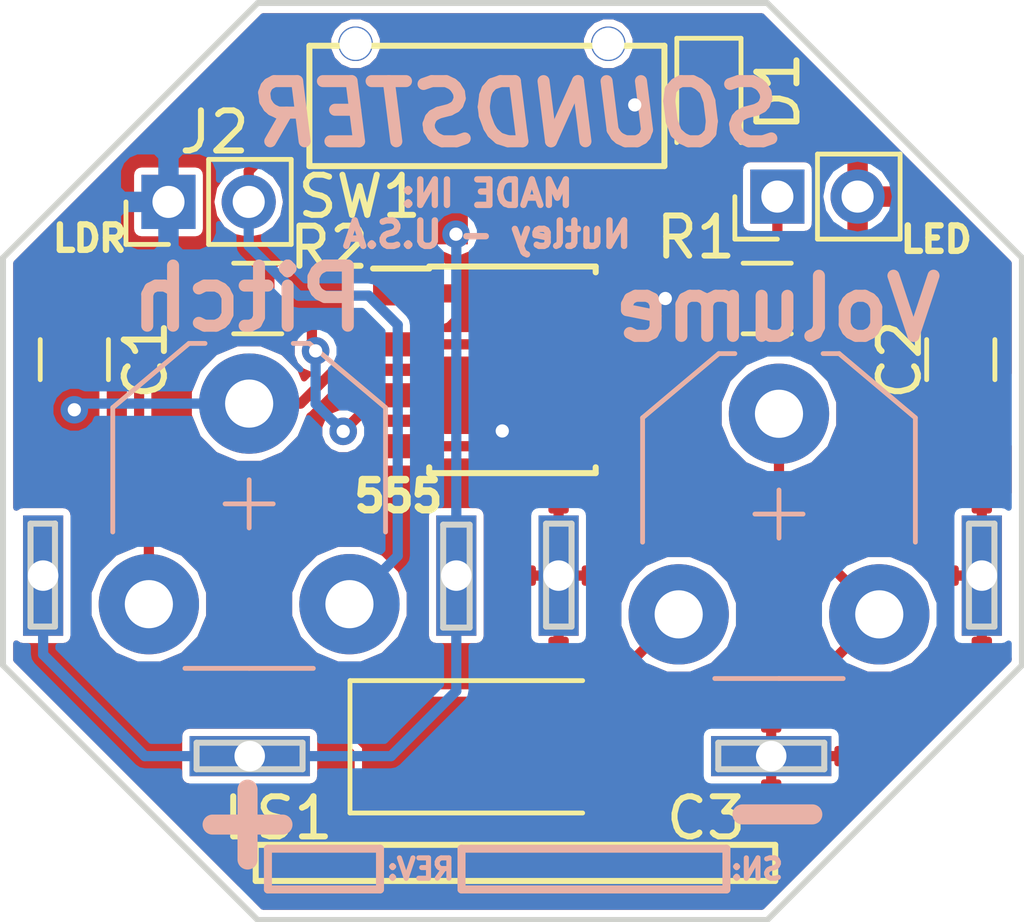
<source format=kicad_pcb>
(kicad_pcb (version 4) (host pcbnew 4.0.7+dfsg1-1~bpo8+1)

  (general
    (links 28)
    (no_connects 0)
    (area 126.924999 55.68283 152.475001 79.7934)
    (thickness 1.6)
    (drawings 66)
    (tracks 103)
    (zones 0)
    (modules 14)
    (nets 14)
  )

  (page A4)
  (layers
    (0 F.Cu signal)
    (31 B.Cu signal hide)
    (32 B.Adhes user)
    (33 F.Adhes user)
    (34 B.Paste user)
    (35 F.Paste user)
    (36 B.SilkS user)
    (37 F.SilkS user)
    (38 B.Mask user)
    (39 F.Mask user)
    (44 Edge.Cuts user)
    (45 Margin user)
    (46 B.CrtYd user)
    (47 F.CrtYd user)
    (48 B.Fab user)
    (49 F.Fab user)
  )

  (setup
    (last_trace_width 0.254)
    (trace_clearance 0.1524)
    (zone_clearance 0.1778)
    (zone_45_only no)
    (trace_min 0.1524)
    (segment_width 0.2)
    (edge_width 0.15)
    (via_size 0.6858)
    (via_drill 0.3302)
    (via_min_size 0.6858)
    (via_min_drill 0.3302)
    (uvia_size 0.6858)
    (uvia_drill 0.3302)
    (uvias_allowed no)
    (uvia_min_size 0)
    (uvia_min_drill 0)
    (pcb_text_width 0.3)
    (pcb_text_size 1.5 1.5)
    (mod_edge_width 0.15)
    (mod_text_size 1 1)
    (mod_text_width 0.15)
    (pad_size 2.032 0.75)
    (pad_drill 0)
    (pad_to_mask_clearance 0.2)
    (aux_axis_origin 0 0)
    (visible_elements FFFFF77F)
    (pcbplotparams
      (layerselection 0x00030_80000001)
      (usegerberextensions false)
      (excludeedgelayer true)
      (linewidth 0.100000)
      (plotframeref false)
      (viasonmask false)
      (mode 1)
      (useauxorigin false)
      (hpglpennumber 1)
      (hpglpenspeed 20)
      (hpglpendiameter 15)
      (hpglpenoverlay 2)
      (psnegative false)
      (psa4output false)
      (plotreference true)
      (plotvalue true)
      (plotinvisibletext false)
      (padsonsilk false)
      (subtractmaskfromsilk false)
      (outputformat 1)
      (mirror false)
      (drillshape 1)
      (scaleselection 1)
      (outputdirectory ""))
  )

  (net 0 "")
  (net 1 GND)
  (net 2 "Net-(BT1-Pad1)")
  (net 3 "Net-(C1-Pad1)")
  (net 4 "Net-(C2-Pad1)")
  (net 5 "Net-(C3-Pad1)")
  (net 6 "Net-(C3-Pad2)")
  (net 7 +9V)
  (net 8 "Net-(D1-Pad2)")
  (net 9 "Net-(J1-Pad1)")
  (net 10 "Net-(J2-Pad2)")
  (net 11 "Net-(LS1-Pad1)")
  (net 12 "Net-(R2-Pad2)")
  (net 13 "Net-(SW1-Pad3)")

  (net_class Default "This is the default net class."
    (clearance 0.1524)
    (trace_width 0.254)
    (via_dia 0.6858)
    (via_drill 0.3302)
    (uvia_dia 0.6858)
    (uvia_drill 0.3302)
    (add_net +9V)
    (add_net GND)
    (add_net "Net-(BT1-Pad1)")
    (add_net "Net-(C1-Pad1)")
    (add_net "Net-(C2-Pad1)")
    (add_net "Net-(C3-Pad1)")
    (add_net "Net-(C3-Pad2)")
    (add_net "Net-(D1-Pad2)")
    (add_net "Net-(J1-Pad1)")
    (add_net "Net-(J2-Pad2)")
    (add_net "Net-(LS1-Pad1)")
    (add_net "Net-(R2-Pad2)")
    (add_net "Net-(SW1-Pad3)")
  )

  (module slide_sw:batt9v_pcb (layer B.Cu) (tedit 5AB1BEC9) (tstamp 5AB2BFBD)
    (at 139.7 70.104)
    (path /5AAF2C77)
    (fp_text reference BT1 (at 0.05 -3.35) (layer B.SilkS) hide
      (effects (font (size 1 1) (thickness 0.15)) (justify mirror))
    )
    (fp_text value 9VCC (at 0.05 8.3) (layer B.Fab) hide
      (effects (font (size 1 1) (thickness 0.15)) (justify mirror))
    )
    (fp_text user - (at 6.604 5.842) (layer B.SilkS)
      (effects (font (size 2.286 2.286) (thickness 0.5)) (justify mirror))
    )
    (fp_text user + (at -6.604 6.096) (layer B.SilkS)
      (effects (font (size 2.286 2.286) (thickness 0.5)) (justify mirror))
    )
    (pad 2 thru_hole rect (at 11.7 0.05) (size 1 3) (drill 0.76) (layers *.Cu *.Mask)
      (net 1 GND))
    (pad 2 thru_hole rect (at 1.15 0.05) (size 1 3) (drill 0.76) (layers *.Cu *.Mask)
      (net 1 GND))
    (pad 2 thru_hole rect (at 6.45 4.55) (size 3 1) (drill 0.76) (layers *.Cu *.Mask)
      (net 1 GND))
    (pad 1 thru_hole rect (at -6.55 4.55) (size 3 1) (drill 0.76) (layers *.Cu *.Mask)
      (net 2 "Net-(BT1-Pad1)"))
    (pad 1 thru_hole rect (at -1.4 0.05) (size 1 3) (drill 0.76) (layers *.Cu *.Mask)
      (net 2 "Net-(BT1-Pad1)"))
    (pad 1 thru_hole rect (at -11.7 0.05) (size 1 3) (drill 0.76) (layers *.Cu *.Mask)
      (net 2 "Net-(BT1-Pad1)"))
  )

  (module Capacitors_SMD:C_0805_HandSoldering (layer F.Cu) (tedit 5AB093B5) (tstamp 5AB2BFCE)
    (at 128.778 64.77 90)
    (descr "Capacitor SMD 0805, hand soldering")
    (tags "capacitor 0805")
    (path /5AB07655)
    (attr smd)
    (fp_text reference C1 (at 0 1.778 90) (layer F.SilkS)
      (effects (font (size 1 1) (thickness 0.15)))
    )
    (fp_text value 1uF (at 0 1.75 90) (layer F.Fab) hide
      (effects (font (size 1 1) (thickness 0.15)))
    )
    (fp_text user %R (at 0 1.778 90) (layer F.Fab)
      (effects (font (size 1 1) (thickness 0.15)))
    )
    (fp_line (start -1 0.62) (end -1 -0.62) (layer F.Fab) (width 0.1))
    (fp_line (start 1 0.62) (end -1 0.62) (layer F.Fab) (width 0.1))
    (fp_line (start 1 -0.62) (end 1 0.62) (layer F.Fab) (width 0.1))
    (fp_line (start -1 -0.62) (end 1 -0.62) (layer F.Fab) (width 0.1))
    (fp_line (start 0.5 -0.85) (end -0.5 -0.85) (layer F.SilkS) (width 0.12))
    (fp_line (start -0.5 0.85) (end 0.5 0.85) (layer F.SilkS) (width 0.12))
    (fp_line (start -2.25 -0.88) (end 2.25 -0.88) (layer F.CrtYd) (width 0.05))
    (fp_line (start -2.25 -0.88) (end -2.25 0.87) (layer F.CrtYd) (width 0.05))
    (fp_line (start 2.25 0.87) (end 2.25 -0.88) (layer F.CrtYd) (width 0.05))
    (fp_line (start 2.25 0.87) (end -2.25 0.87) (layer F.CrtYd) (width 0.05))
    (pad 1 smd rect (at -1.25 0 90) (size 1.5 1.25) (layers F.Cu F.Paste F.Mask)
      (net 3 "Net-(C1-Pad1)"))
    (pad 2 smd rect (at 1.25 0 90) (size 1.5 1.25) (layers F.Cu F.Paste F.Mask)
      (net 1 GND))
    (model Capacitors_SMD.3dshapes/C_0805.wrl
      (at (xyz 0 0 0))
      (scale (xyz 1 1 1))
      (rotate (xyz 0 0 0))
    )
  )

  (module Capacitors_SMD:C_0805_HandSoldering (layer F.Cu) (tedit 5AB0944B) (tstamp 5AB2BFDF)
    (at 150.876 64.77 270)
    (descr "Capacitor SMD 0805, hand soldering")
    (tags "capacitor 0805")
    (path /5AB062F7)
    (attr smd)
    (fp_text reference C2 (at 0 1.524 270) (layer F.SilkS)
      (effects (font (size 1 1) (thickness 0.15)))
    )
    (fp_text value 10pF (at 0 1.75 270) (layer F.Fab) hide
      (effects (font (size 1 1) (thickness 0.15)))
    )
    (fp_text user %R (at 0 1.524 270) (layer F.Fab)
      (effects (font (size 1 1) (thickness 0.15)))
    )
    (fp_line (start -1 0.62) (end -1 -0.62) (layer F.Fab) (width 0.1))
    (fp_line (start 1 0.62) (end -1 0.62) (layer F.Fab) (width 0.1))
    (fp_line (start 1 -0.62) (end 1 0.62) (layer F.Fab) (width 0.1))
    (fp_line (start -1 -0.62) (end 1 -0.62) (layer F.Fab) (width 0.1))
    (fp_line (start 0.5 -0.85) (end -0.5 -0.85) (layer F.SilkS) (width 0.12))
    (fp_line (start -0.5 0.85) (end 0.5 0.85) (layer F.SilkS) (width 0.12))
    (fp_line (start -2.25 -0.88) (end 2.25 -0.88) (layer F.CrtYd) (width 0.05))
    (fp_line (start -2.25 -0.88) (end -2.25 0.87) (layer F.CrtYd) (width 0.05))
    (fp_line (start 2.25 0.87) (end 2.25 -0.88) (layer F.CrtYd) (width 0.05))
    (fp_line (start 2.25 0.87) (end -2.25 0.87) (layer F.CrtYd) (width 0.05))
    (pad 1 smd rect (at -1.25 0 270) (size 1.5 1.25) (layers F.Cu F.Paste F.Mask)
      (net 4 "Net-(C2-Pad1)"))
    (pad 2 smd rect (at 1.25 0 270) (size 1.5 1.25) (layers F.Cu F.Paste F.Mask)
      (net 1 GND))
    (model Capacitors_SMD.3dshapes/C_0805.wrl
      (at (xyz 0 0 0))
      (scale (xyz 1 1 1))
      (rotate (xyz 0 0 0))
    )
  )

  (module Diodes_SMD:D_0805 (layer F.Cu) (tedit 5AB1A54F) (tstamp 5AB2C001)
    (at 144.59712 58.35904 270)
    (descr "Diode SMD in 0805 package http://datasheets.avx.com/schottky.pdf")
    (tags "smd diode")
    (path /5AB05CFD)
    (attr smd)
    (fp_text reference D1 (at -0.26416 -1.7272 270) (layer F.SilkS)
      (effects (font (size 1 1) (thickness 0.15)))
    )
    (fp_text value 300mV (at 0 1.7 270) (layer F.Fab) hide
      (effects (font (size 1 1) (thickness 0.15)))
    )
    (fp_text user %R (at -0.26416 -1.7272 270) (layer F.Fab)
      (effects (font (size 1 1) (thickness 0.15)))
    )
    (fp_line (start -1.6 -0.8) (end -1.6 0.8) (layer F.SilkS) (width 0.12))
    (fp_line (start -1.7 0.88) (end -1.7 -0.88) (layer F.CrtYd) (width 0.05))
    (fp_line (start 1.7 0.88) (end -1.7 0.88) (layer F.CrtYd) (width 0.05))
    (fp_line (start 1.7 -0.88) (end 1.7 0.88) (layer F.CrtYd) (width 0.05))
    (fp_line (start -1.7 -0.88) (end 1.7 -0.88) (layer F.CrtYd) (width 0.05))
    (fp_line (start 0.2 0) (end 0.4 0) (layer F.Fab) (width 0.1))
    (fp_line (start -0.1 0) (end -0.3 0) (layer F.Fab) (width 0.1))
    (fp_line (start -0.1 -0.2) (end -0.1 0.2) (layer F.Fab) (width 0.1))
    (fp_line (start 0.2 0.2) (end 0.2 -0.2) (layer F.Fab) (width 0.1))
    (fp_line (start -0.1 0) (end 0.2 0.2) (layer F.Fab) (width 0.1))
    (fp_line (start 0.2 -0.2) (end -0.1 0) (layer F.Fab) (width 0.1))
    (fp_line (start -1 0.65) (end -1 -0.65) (layer F.Fab) (width 0.1))
    (fp_line (start 1 0.65) (end -1 0.65) (layer F.Fab) (width 0.1))
    (fp_line (start 1 -0.65) (end 1 0.65) (layer F.Fab) (width 0.1))
    (fp_line (start -1 -0.65) (end 1 -0.65) (layer F.Fab) (width 0.1))
    (fp_line (start -1.6 0.8) (end 1 0.8) (layer F.SilkS) (width 0.12))
    (fp_line (start -1.6 -0.8) (end 1 -0.8) (layer F.SilkS) (width 0.12))
    (pad 1 smd rect (at -1.05 0 270) (size 0.8 0.9) (layers F.Cu F.Paste F.Mask)
      (net 7 +9V))
    (pad 2 smd rect (at 1.05 0 270) (size 0.8 0.9) (layers F.Cu F.Paste F.Mask)
      (net 8 "Net-(D1-Pad2)"))
    (model ${KISYS3DMOD}/Diodes_SMD.3dshapes/D_0805.wrl
      (at (xyz 0 0 0))
      (scale (xyz 1 1 1))
      (rotate (xyz 0 0 0))
    )
  )

  (module Pin_Headers:Pin_Header_Straight_1x02_Pitch2.00mm (layer F.Cu) (tedit 5AB1C369) (tstamp 5AB2C007)
    (at 146.304 60.706 90)
    (descr "Through hole straight pin header, 1x02, 2.00mm pitch, single row")
    (tags "Through hole pin header THT 1x02 2.00mm single row")
    (path /5AB082CA)
    (fp_text reference J1 (at -0.254 3.81 180) (layer F.SilkS) hide
      (effects (font (size 1 1) (thickness 0.15)))
    )
    (fp_text value LED (at 0 4.06 90) (layer F.Fab) hide
      (effects (font (size 1 1) (thickness 0.15)))
    )
    (fp_line (start -0.5 -1) (end 1 -1) (layer F.Fab) (width 0.1))
    (fp_line (start 1 -1) (end 1 3) (layer F.Fab) (width 0.1))
    (fp_line (start 1 3) (end -1 3) (layer F.Fab) (width 0.1))
    (fp_line (start -1 3) (end -1 -0.5) (layer F.Fab) (width 0.1))
    (fp_line (start -1 -0.5) (end -0.5 -1) (layer F.Fab) (width 0.1))
    (fp_line (start -1.06 3.06) (end 1.06 3.06) (layer F.SilkS) (width 0.12))
    (fp_line (start -1.06 1) (end -1.06 3.06) (layer F.SilkS) (width 0.12))
    (fp_line (start 1.06 1) (end 1.06 3.06) (layer F.SilkS) (width 0.12))
    (fp_line (start -1.06 1) (end 1.06 1) (layer F.SilkS) (width 0.12))
    (fp_line (start -1.06 0) (end -1.06 -1.06) (layer F.SilkS) (width 0.12))
    (fp_line (start -1.06 -1.06) (end 0 -1.06) (layer F.SilkS) (width 0.12))
    (fp_line (start -1.5 -1.5) (end -1.5 3.5) (layer F.CrtYd) (width 0.05))
    (fp_line (start -1.5 3.5) (end 1.5 3.5) (layer F.CrtYd) (width 0.05))
    (fp_line (start 1.5 3.5) (end 1.5 -1.5) (layer F.CrtYd) (width 0.05))
    (fp_line (start 1.5 -1.5) (end -1.5 -1.5) (layer F.CrtYd) (width 0.05))
    (fp_text user %R (at 0 1 180) (layer F.Fab)
      (effects (font (size 1 1) (thickness 0.15)))
    )
    (pad 1 thru_hole rect (at 0 0 90) (size 1.35 1.35) (drill 0.8) (layers *.Cu *.Mask)
      (net 9 "Net-(J1-Pad1)"))
    (pad 2 thru_hole oval (at 0 2 90) (size 1.35 1.35) (drill 0.8) (layers *.Cu *.Mask)
      (net 1 GND))
    (model ${KISYS3DMOD}/Pin_Headers.3dshapes/Pin_Header_Straight_1x02_Pitch2.00mm.wrl
      (at (xyz 0 0 0))
      (scale (xyz 1 1 1))
      (rotate (xyz 0 0 0))
    )
  )

  (module Pin_Headers:Pin_Header_Straight_1x02_Pitch2.00mm (layer F.Cu) (tedit 5AB1A74C) (tstamp 5AB2C00D)
    (at 131.12496 60.83808 90)
    (descr "Through hole straight pin header, 1x02, 2.00mm pitch, single row")
    (tags "Through hole pin header THT 1x02 2.00mm single row")
    (path /5AB0624F)
    (fp_text reference J2 (at 1.73736 1.143 180) (layer F.SilkS)
      (effects (font (size 1 1) (thickness 0.15)))
    )
    (fp_text value LDR (at 0 4.06 90) (layer F.Fab) hide
      (effects (font (size 1 1) (thickness 0.15)))
    )
    (fp_line (start -0.5 -1) (end 1 -1) (layer F.Fab) (width 0.1))
    (fp_line (start 1 -1) (end 1 3) (layer F.Fab) (width 0.1))
    (fp_line (start 1 3) (end -1 3) (layer F.Fab) (width 0.1))
    (fp_line (start -1 3) (end -1 -0.5) (layer F.Fab) (width 0.1))
    (fp_line (start -1 -0.5) (end -0.5 -1) (layer F.Fab) (width 0.1))
    (fp_line (start -1.06 3.06) (end 1.06 3.06) (layer F.SilkS) (width 0.12))
    (fp_line (start -1.06 1) (end -1.06 3.06) (layer F.SilkS) (width 0.12))
    (fp_line (start 1.06 1) (end 1.06 3.06) (layer F.SilkS) (width 0.12))
    (fp_line (start -1.06 1) (end 1.06 1) (layer F.SilkS) (width 0.12))
    (fp_line (start -1.06 0) (end -1.06 -1.06) (layer F.SilkS) (width 0.12))
    (fp_line (start -1.06 -1.06) (end 0 -1.06) (layer F.SilkS) (width 0.12))
    (fp_line (start -1.5 -1.5) (end -1.5 3.5) (layer F.CrtYd) (width 0.05))
    (fp_line (start -1.5 3.5) (end 1.5 3.5) (layer F.CrtYd) (width 0.05))
    (fp_line (start 1.5 3.5) (end 1.5 -1.5) (layer F.CrtYd) (width 0.05))
    (fp_line (start 1.5 -1.5) (end -1.5 -1.5) (layer F.CrtYd) (width 0.05))
    (fp_text user %R (at 1.73736 1.143 180) (layer F.Fab)
      (effects (font (size 1 1) (thickness 0.15)))
    )
    (pad 1 thru_hole rect (at 0 0 90) (size 1.35 1.35) (drill 0.8) (layers *.Cu *.Mask)
      (net 7 +9V))
    (pad 2 thru_hole oval (at 0 2 90) (size 1.35 1.35) (drill 0.8) (layers *.Cu *.Mask)
      (net 10 "Net-(J2-Pad2)"))
    (model ${KISYS3DMOD}/Pin_Headers.3dshapes/Pin_Header_Straight_1x02_Pitch2.00mm.wrl
      (at (xyz 0 0 0))
      (scale (xyz 1 1 1))
      (rotate (xyz 0 0 0))
    )
  )

  (module Resistors_SMD:R_0805_HandSoldering (layer F.Cu) (tedit 5AB09436) (tstamp 5AB2C028)
    (at 146.05 63.246 180)
    (descr "Resistor SMD 0805, hand soldering")
    (tags "resistor 0805")
    (path /5AB07C2B)
    (attr smd)
    (fp_text reference R1 (at 1.778 1.524 180) (layer F.SilkS)
      (effects (font (size 1 1) (thickness 0.15)))
    )
    (fp_text value 100 (at 0 1.75 180) (layer F.Fab) hide
      (effects (font (size 1 1) (thickness 0.15)))
    )
    (fp_text user %R (at 0 0 180) (layer F.Fab)
      (effects (font (size 0.5 0.5) (thickness 0.075)))
    )
    (fp_line (start -1 0.62) (end -1 -0.62) (layer F.Fab) (width 0.1))
    (fp_line (start 1 0.62) (end -1 0.62) (layer F.Fab) (width 0.1))
    (fp_line (start 1 -0.62) (end 1 0.62) (layer F.Fab) (width 0.1))
    (fp_line (start -1 -0.62) (end 1 -0.62) (layer F.Fab) (width 0.1))
    (fp_line (start 0.6 0.88) (end -0.6 0.88) (layer F.SilkS) (width 0.12))
    (fp_line (start -0.6 -0.88) (end 0.6 -0.88) (layer F.SilkS) (width 0.12))
    (fp_line (start -2.35 -0.9) (end 2.35 -0.9) (layer F.CrtYd) (width 0.05))
    (fp_line (start -2.35 -0.9) (end -2.35 0.9) (layer F.CrtYd) (width 0.05))
    (fp_line (start 2.35 0.9) (end 2.35 -0.9) (layer F.CrtYd) (width 0.05))
    (fp_line (start 2.35 0.9) (end -2.35 0.9) (layer F.CrtYd) (width 0.05))
    (pad 1 smd rect (at -1.35 0 180) (size 1.5 1.3) (layers F.Cu F.Paste F.Mask)
      (net 9 "Net-(J1-Pad1)"))
    (pad 2 smd rect (at 1.35 0 180) (size 1.5 1.3) (layers F.Cu F.Paste F.Mask)
      (net 7 +9V))
    (model ${KISYS3DMOD}/Resistors_SMD.3dshapes/R_0805.wrl
      (at (xyz 0 0 0))
      (scale (xyz 1 1 1))
      (rotate (xyz 0 0 0))
    )
  )

  (module Resistors_SMD:R_0805_HandSoldering (layer F.Cu) (tedit 5AB1B1DC) (tstamp 5AB2C039)
    (at 133.35 63.246)
    (descr "Resistor SMD 0805, hand soldering")
    (tags "resistor 0805")
    (path /5AB068C1)
    (attr smd)
    (fp_text reference R2 (at 1.778 -1.27) (layer F.SilkS)
      (effects (font (size 1 1) (thickness 0.15)))
    )
    (fp_text value 100 (at 0 1.75) (layer F.Fab) hide
      (effects (font (size 1 1) (thickness 0.15)))
    )
    (fp_text user %R (at 0 0) (layer F.Fab)
      (effects (font (size 0.5 0.5) (thickness 0.075)))
    )
    (fp_line (start -1 0.62) (end -1 -0.62) (layer F.Fab) (width 0.1))
    (fp_line (start 1 0.62) (end -1 0.62) (layer F.Fab) (width 0.1))
    (fp_line (start 1 -0.62) (end 1 0.62) (layer F.Fab) (width 0.1))
    (fp_line (start -1 -0.62) (end 1 -0.62) (layer F.Fab) (width 0.1))
    (fp_line (start 0.6 0.88) (end -0.6 0.88) (layer F.SilkS) (width 0.12))
    (fp_line (start -0.6 -0.88) (end 0.6 -0.88) (layer F.SilkS) (width 0.12))
    (fp_line (start -2.35 -0.9) (end 2.35 -0.9) (layer F.CrtYd) (width 0.05))
    (fp_line (start -2.35 -0.9) (end -2.35 0.9) (layer F.CrtYd) (width 0.05))
    (fp_line (start 2.35 0.9) (end 2.35 -0.9) (layer F.CrtYd) (width 0.05))
    (fp_line (start 2.35 0.9) (end -2.35 0.9) (layer F.CrtYd) (width 0.05))
    (pad 1 smd rect (at -1.35 0) (size 1.5 1.3) (layers F.Cu F.Paste F.Mask)
      (net 5 "Net-(C3-Pad1)"))
    (pad 2 smd rect (at 1.35 0) (size 1.5 1.3) (layers F.Cu F.Paste F.Mask)
      (net 12 "Net-(R2-Pad2)"))
    (model ${KISYS3DMOD}/Resistors_SMD.3dshapes/R_0805.wrl
      (at (xyz 0 0 0))
      (scale (xyz 1 1 1))
      (rotate (xyz 0 0 0))
    )
  )

  (module Potentiometers:Potentiometer_Trimmer_VishaySpectrol_Econtrim-Type36M (layer B.Cu) (tedit 5AB1C039) (tstamp 5AB2C040)
    (at 135.636 70.866 180)
    (descr "Potentiometer, Trimmer, Spectrol Type 36M, Econtrim, Rev A, 02 Aug 2010,")
    (tags "Potentiometer Trimmer Spectrol Type 36M Econtrim Rev A 02 Aug 2010 ")
    (path /5AB06146)
    (fp_text reference RV1 (at 2.5 7.3 180) (layer B.SilkS) hide
      (effects (font (size 1 1) (thickness 0.15)) (justify mirror))
    )
    (fp_text value 1K (at 2.5 -2.35 180) (layer B.Fab) hide
      (effects (font (size 1 1) (thickness 0.15)) (justify mirror))
    )
    (fp_line (start 1.9 2.5) (end 3.1 2.5) (layer B.Fab) (width 0.1))
    (fp_line (start 2.5 3.1) (end 2.5 1.9) (layer B.Fab) (width 0.1))
    (fp_line (start -0.85 -1.55) (end 5.85 -1.55) (layer B.Fab) (width 0.1))
    (fp_line (start 5.85 -1.55) (end 5.85 4.85) (layer B.Fab) (width 0.1))
    (fp_line (start 5.85 4.85) (end 3.95 6.45) (layer B.Fab) (width 0.1))
    (fp_line (start 3.95 6.45) (end 1.05 6.45) (layer B.Fab) (width 0.1))
    (fp_line (start 1.05 6.45) (end -0.85 4.85) (layer B.Fab) (width 0.1))
    (fp_line (start -0.85 4.85) (end -0.85 -1.55) (layer B.Fab) (width 0.1))
    (fp_line (start 3.1 2.5) (end 1.9 2.5) (layer B.SilkS) (width 0.12))
    (fp_line (start 2.5 3.1) (end 2.5 1.9) (layer B.SilkS) (width 0.12))
    (fp_line (start 1.4 6.5) (end 1 6.5) (layer B.SilkS) (width 0.12))
    (fp_line (start 1 6.5) (end -0.9 4.9) (layer B.SilkS) (width 0.12))
    (fp_line (start -0.9 4.9) (end -0.9 1.8) (layer B.SilkS) (width 0.12))
    (fp_line (start 3.6 6.5) (end 4 6.5) (layer B.SilkS) (width 0.12))
    (fp_line (start 4 6.5) (end 5.9 4.9) (layer B.SilkS) (width 0.12))
    (fp_line (start 5.9 4.9) (end 5.9 1.8) (layer B.SilkS) (width 0.12))
    (fp_line (start 2.5 -1.6) (end 0.9 -1.6) (layer B.SilkS) (width 0.12))
    (fp_line (start 2.5 -1.6) (end 4.1 -1.6) (layer B.SilkS) (width 0.12))
    (fp_line (start -1.5 6.7) (end 6.5 6.7) (layer B.CrtYd) (width 0.05))
    (fp_line (start -1.5 6.7) (end -1.5 -1.8) (layer B.CrtYd) (width 0.05))
    (fp_line (start 6.5 -1.8) (end 6.5 6.7) (layer B.CrtYd) (width 0.05))
    (fp_line (start 6.5 -1.8) (end -1.5 -1.8) (layer B.CrtYd) (width 0.05))
    (pad 2 thru_hole circle (at 2.5 5 180) (size 2.5 2.5) (drill 1.2) (layers *.Cu *.Mask)
      (net 3 "Net-(C1-Pad1)"))
    (pad 3 thru_hole circle (at 5 0 180) (size 2.5 2.5) (drill 1.2) (layers *.Cu *.Mask)
      (net 3 "Net-(C1-Pad1)"))
    (pad 1 thru_hole circle (at 0 0 180) (size 2.5 2.5) (drill 1.2) (layers *.Cu *.Mask)
      (net 10 "Net-(J2-Pad2)"))
  )

  (module Potentiometers:Potentiometer_Trimmer_VishaySpectrol_Econtrim-Type36M (layer B.Cu) (tedit 5AB1C041) (tstamp 5AB2C047)
    (at 148.844 71.12 180)
    (descr "Potentiometer, Trimmer, Spectrol Type 36M, Econtrim, Rev A, 02 Aug 2010,")
    (tags "Potentiometer Trimmer Spectrol Type 36M Econtrim Rev A 02 Aug 2010 ")
    (path /5AB060CC)
    (fp_text reference RV2 (at 2.5 7.3 180) (layer B.SilkS) hide
      (effects (font (size 1 1) (thickness 0.15)) (justify mirror))
    )
    (fp_text value 200 (at 2.5 -2.35 180) (layer B.Fab) hide
      (effects (font (size 1 1) (thickness 0.15)) (justify mirror))
    )
    (fp_line (start 1.9 2.5) (end 3.1 2.5) (layer B.Fab) (width 0.1))
    (fp_line (start 2.5 3.1) (end 2.5 1.9) (layer B.Fab) (width 0.1))
    (fp_line (start -0.85 -1.55) (end 5.85 -1.55) (layer B.Fab) (width 0.1))
    (fp_line (start 5.85 -1.55) (end 5.85 4.85) (layer B.Fab) (width 0.1))
    (fp_line (start 5.85 4.85) (end 3.95 6.45) (layer B.Fab) (width 0.1))
    (fp_line (start 3.95 6.45) (end 1.05 6.45) (layer B.Fab) (width 0.1))
    (fp_line (start 1.05 6.45) (end -0.85 4.85) (layer B.Fab) (width 0.1))
    (fp_line (start -0.85 4.85) (end -0.85 -1.55) (layer B.Fab) (width 0.1))
    (fp_line (start 3.1 2.5) (end 1.9 2.5) (layer B.SilkS) (width 0.12))
    (fp_line (start 2.5 3.1) (end 2.5 1.9) (layer B.SilkS) (width 0.12))
    (fp_line (start 1.4 6.5) (end 1 6.5) (layer B.SilkS) (width 0.12))
    (fp_line (start 1 6.5) (end -0.9 4.9) (layer B.SilkS) (width 0.12))
    (fp_line (start -0.9 4.9) (end -0.9 1.8) (layer B.SilkS) (width 0.12))
    (fp_line (start 3.6 6.5) (end 4 6.5) (layer B.SilkS) (width 0.12))
    (fp_line (start 4 6.5) (end 5.9 4.9) (layer B.SilkS) (width 0.12))
    (fp_line (start 5.9 4.9) (end 5.9 1.8) (layer B.SilkS) (width 0.12))
    (fp_line (start 2.5 -1.6) (end 0.9 -1.6) (layer B.SilkS) (width 0.12))
    (fp_line (start 2.5 -1.6) (end 4.1 -1.6) (layer B.SilkS) (width 0.12))
    (fp_line (start -1.5 6.7) (end 6.5 6.7) (layer B.CrtYd) (width 0.05))
    (fp_line (start -1.5 6.7) (end -1.5 -1.8) (layer B.CrtYd) (width 0.05))
    (fp_line (start 6.5 -1.8) (end 6.5 6.7) (layer B.CrtYd) (width 0.05))
    (fp_line (start 6.5 -1.8) (end -1.5 -1.8) (layer B.CrtYd) (width 0.05))
    (pad 2 thru_hole circle (at 2.5 5 180) (size 2.5 2.5) (drill 1.2) (layers *.Cu *.Mask)
      (net 11 "Net-(LS1-Pad1)"))
    (pad 3 thru_hole circle (at 5 0 180) (size 2.5 2.5) (drill 1.2) (layers *.Cu *.Mask)
      (net 6 "Net-(C3-Pad2)"))
    (pad 1 thru_hole circle (at 0 0 180) (size 2.5 2.5) (drill 1.2) (layers *.Cu *.Mask)
      (net 11 "Net-(LS1-Pad1)"))
  )

  (module slide_sw:slide_sw_spdt (layer F.Cu) (tedit 5AB09368) (tstamp 5AB2C056)
    (at 138.938 56.896 180)
    (path /5AB05ACA)
    (fp_text reference SW1 (at 3.048 -3.81 180) (layer F.SilkS)
      (effects (font (size 1 1) (thickness 0.15)))
    )
    (fp_text value SPDT (at -0.05 -6.3 180) (layer F.Fab) hide
      (effects (font (size 1 1) (thickness 0.15)))
    )
    (fp_line (start -3.6 -0.05) (end -4.55 -0.05) (layer F.SilkS) (width 0.15))
    (fp_line (start -4.55 -0.05) (end -4.55 -3.05) (layer F.SilkS) (width 0.15))
    (fp_line (start -4.55 -3.05) (end 4.3 -3.05) (layer F.SilkS) (width 0.15))
    (fp_line (start 4.3 -3.05) (end 4.3 -0.05) (layer F.SilkS) (width 0.15))
    (fp_line (start 4.3 -0.05) (end 3.6 -0.05) (layer F.SilkS) (width 0.15))
    (fp_line (start 3.6 -0.05) (end -3.6 -0.05) (layer F.SilkS) (width 0.15))
    (pad 2 smd rect (at 0.85 -3.75 180) (size 1 2.5) (layers F.Cu F.Paste F.Mask)
      (net 2 "Net-(BT1-Pad1)"))
    (pad 3 smd rect (at -1.15 -3.75 180) (size 1 2.5) (layers F.Cu F.Paste F.Mask)
      (net 13 "Net-(SW1-Pad3)"))
    (pad "" np_thru_hole circle (at 3.15 0 180) (size 0.86 0.86) (drill 0.8) (layers *.Cu *.Mask))
    (pad "" np_thru_hole circle (at -3.15 0 180) (size 0.86 0.86) (drill 0.8) (layers *.Cu *.Mask))
    (pad 1 smd rect (at -3.15 -3.75 180) (size 1 2.5) (layers F.Cu F.Paste F.Mask)
      (net 8 "Net-(D1-Pad2)"))
  )

  (module Housings_SOIC:SOIC-8_3.9x4.9mm_Pitch1.27mm (layer F.Cu) (tedit 5AB1C4C5) (tstamp 5AB2C073)
    (at 139.7 65.024)
    (descr "8-Lead Plastic Small Outline (SN) - Narrow, 3.90 mm Body [SOIC] (see Microchip Packaging Specification 00000049BS.pdf)")
    (tags "SOIC 1.27")
    (path /5AAF2C3E)
    (attr smd)
    (fp_text reference U1 (at -4.064 3.048) (layer F.SilkS) hide
      (effects (font (size 1 1) (thickness 0.15)))
    )
    (fp_text value ICM7555 (at 0 3.5) (layer F.Fab) hide
      (effects (font (size 1 1) (thickness 0.15)))
    )
    (fp_text user %R (at 0 0) (layer F.Fab)
      (effects (font (size 1 1) (thickness 0.15)))
    )
    (fp_line (start -0.95 -2.45) (end 1.95 -2.45) (layer F.Fab) (width 0.1))
    (fp_line (start 1.95 -2.45) (end 1.95 2.45) (layer F.Fab) (width 0.1))
    (fp_line (start 1.95 2.45) (end -1.95 2.45) (layer F.Fab) (width 0.1))
    (fp_line (start -1.95 2.45) (end -1.95 -1.45) (layer F.Fab) (width 0.1))
    (fp_line (start -1.95 -1.45) (end -0.95 -2.45) (layer F.Fab) (width 0.1))
    (fp_line (start -3.73 -2.7) (end -3.73 2.7) (layer F.CrtYd) (width 0.05))
    (fp_line (start 3.73 -2.7) (end 3.73 2.7) (layer F.CrtYd) (width 0.05))
    (fp_line (start -3.73 -2.7) (end 3.73 -2.7) (layer F.CrtYd) (width 0.05))
    (fp_line (start -3.73 2.7) (end 3.73 2.7) (layer F.CrtYd) (width 0.05))
    (fp_line (start -2.075 -2.575) (end -2.075 -2.525) (layer F.SilkS) (width 0.15))
    (fp_line (start 2.075 -2.575) (end 2.075 -2.43) (layer F.SilkS) (width 0.15))
    (fp_line (start 2.075 2.575) (end 2.075 2.43) (layer F.SilkS) (width 0.15))
    (fp_line (start -2.075 2.575) (end -2.075 2.43) (layer F.SilkS) (width 0.15))
    (fp_line (start -2.075 -2.575) (end 2.075 -2.575) (layer F.SilkS) (width 0.15))
    (fp_line (start -2.075 2.575) (end 2.075 2.575) (layer F.SilkS) (width 0.15))
    (fp_line (start -2.075 -2.525) (end -3.475 -2.525) (layer F.SilkS) (width 0.15))
    (pad 1 smd rect (at -2.7 -1.905) (size 1.55 0.6) (layers F.Cu F.Paste F.Mask)
      (net 1 GND))
    (pad 2 smd rect (at -2.7 -0.635) (size 1.55 0.6) (layers F.Cu F.Paste F.Mask)
      (net 3 "Net-(C1-Pad1)"))
    (pad 3 smd rect (at -2.7 0.635) (size 1.55 0.6) (layers F.Cu F.Paste F.Mask)
      (net 12 "Net-(R2-Pad2)"))
    (pad 4 smd rect (at -2.7 1.905) (size 1.55 0.6) (layers F.Cu F.Paste F.Mask)
      (net 7 +9V))
    (pad 5 smd rect (at 2.7 1.905) (size 1.55 0.6) (layers F.Cu F.Paste F.Mask)
      (net 4 "Net-(C2-Pad1)"))
    (pad 6 smd rect (at 2.7 0.635) (size 1.55 0.6) (layers F.Cu F.Paste F.Mask)
      (net 3 "Net-(C1-Pad1)"))
    (pad 7 smd rect (at 2.7 -0.635) (size 1.55 0.6) (layers F.Cu F.Paste F.Mask)
      (net 10 "Net-(J2-Pad2)"))
    (pad 8 smd rect (at 2.7 -1.905) (size 1.55 0.6) (layers F.Cu F.Paste F.Mask)
      (net 7 +9V))
    (model ${KISYS3DMOD}/Housings_SOIC.3dshapes/SOIC-8_3.9x4.9mm_Pitch1.27mm.wrl
      (at (xyz 0 0 0))
      (scale (xyz 1 1 1))
      (rotate (xyz 0 0 0))
    )
  )

  (module slide_sw:spkr_8 (layer F.Cu) (tedit 5AB1B726) (tstamp 5AB2C672)
    (at 139.7 77.216 180)
    (path /5AB06440)
    (fp_text reference LS1 (at 5.842 1.016 180) (layer F.SilkS)
      (effects (font (size 1 1) (thickness 0.15)))
    )
    (fp_text value 8OHM (at -0.05 -1.55 180) (layer F.Fab) hide
      (effects (font (size 1 1) (thickness 0.15)))
    )
    (fp_line (start -6.55 -0.55) (end -6.55 0.35) (layer F.SilkS) (width 0.15))
    (fp_line (start -6.55 0.35) (end 6.4 0.35) (layer F.SilkS) (width 0.15))
    (fp_line (start 6.4 0.35) (end 6.4 -0.55) (layer F.SilkS) (width 0.15))
    (fp_line (start 6.4 -0.55) (end -6.55 -0.55) (layer F.SilkS) (width 0.15))
    (pad 2 smd rect (at 5.207 -0.0762 180) (size 2.032 0.75) (layers F.Cu F.Paste F.Mask)
      (net 1 GND))
    (pad 1 smd rect (at -5.3848 -0.1016 180) (size 2.032 0.75) (layers F.Cu F.Paste F.Mask)
      (net 11 "Net-(LS1-Pad1)"))
  )

  (module Capacitors_Tantalum_SMD:CP_Tantalum_Case-B_EIA-3528-21_Hand (layer F.Cu) (tedit 5AB1A351) (tstamp 5AB1ADDF)
    (at 139.7 74.422)
    (descr "Tantalum capacitor, Case B, EIA 3528-21, 3.5x2.8x1.9mm, Hand soldering footprint")
    (tags "capacitor tantalum smd")
    (path /5AB06A81)
    (attr smd)
    (fp_text reference C3 (at 4.826 1.778) (layer F.SilkS)
      (effects (font (size 1 1) (thickness 0.15)))
    )
    (fp_text value 15uF (at 0 3.15) (layer F.Fab) hide
      (effects (font (size 1 1) (thickness 0.15)))
    )
    (fp_text user %R (at 0 0) (layer F.Fab)
      (effects (font (size 0.8 0.8) (thickness 0.12)))
    )
    (fp_line (start -4.15 -1.75) (end -4.15 1.75) (layer F.CrtYd) (width 0.05))
    (fp_line (start -4.15 1.75) (end 4.15 1.75) (layer F.CrtYd) (width 0.05))
    (fp_line (start 4.15 1.75) (end 4.15 -1.75) (layer F.CrtYd) (width 0.05))
    (fp_line (start 4.15 -1.75) (end -4.15 -1.75) (layer F.CrtYd) (width 0.05))
    (fp_line (start -1.75 -1.4) (end -1.75 1.4) (layer F.Fab) (width 0.1))
    (fp_line (start -1.75 1.4) (end 1.75 1.4) (layer F.Fab) (width 0.1))
    (fp_line (start 1.75 1.4) (end 1.75 -1.4) (layer F.Fab) (width 0.1))
    (fp_line (start 1.75 -1.4) (end -1.75 -1.4) (layer F.Fab) (width 0.1))
    (fp_line (start -1.4 -1.4) (end -1.4 1.4) (layer F.Fab) (width 0.1))
    (fp_line (start -1.225 -1.4) (end -1.225 1.4) (layer F.Fab) (width 0.1))
    (fp_line (start -4.05 -1.65) (end 1.75 -1.65) (layer F.SilkS) (width 0.12))
    (fp_line (start -4.05 1.65) (end 1.75 1.65) (layer F.SilkS) (width 0.12))
    (fp_line (start -4.05 -1.65) (end -4.05 1.65) (layer F.SilkS) (width 0.12))
    (pad 1 smd rect (at -2.15 0) (size 3.2 2.5) (layers F.Cu F.Paste F.Mask)
      (net 5 "Net-(C3-Pad1)"))
    (pad 2 smd rect (at 2.15 0) (size 3.2 2.5) (layers F.Cu F.Paste F.Mask)
      (net 6 "Net-(C3-Pad2)"))
    (model Capacitors_Tantalum_SMD.3dshapes/CP_Tantalum_Case-B_EIA-3528-21.wrl
      (at (xyz 0 0 0))
      (scale (xyz 1 1 1))
      (rotate (xyz 0 0 0))
    )
  )

  (gr_text 555 (at 136.8552 68.1736) (layer F.SilkS)
    (effects (font (size 0.75 0.75) (thickness 0.1875)))
  )
  (gr_text LDR (at 129.159 61.7474) (layer F.SilkS)
    (effects (font (size 0.635 0.635) (thickness 0.15875)))
  )
  (gr_text LED (at 150.2664 61.7728) (layer F.SilkS)
    (effects (font (size 0.635 0.635) (thickness 0.15875)))
  )
  (gr_text Pitch (at 133.096 63.246) (layer B.SilkS)
    (effects (font (size 1.5 1.5) (thickness 0.3)) (justify mirror))
  )
  (gr_text Volume (at 146.304 63.5) (layer B.SilkS)
    (effects (font (size 1.5 1.5) (thickness 0.3)) (justify mirror))
  )
  (gr_line (start 136.398 76.962) (end 136.398 77.978) (angle 90) (layer B.SilkS) (width 0.2))
  (gr_line (start 133.604 76.962) (end 136.398 76.962) (angle 90) (layer B.SilkS) (width 0.2))
  (gr_line (start 133.604 77.978) (end 133.604 76.962) (angle 90) (layer B.SilkS) (width 0.2))
  (gr_line (start 136.398 77.978) (end 133.604 77.978) (angle 90) (layer B.SilkS) (width 0.2))
  (gr_text REV: (at 137.414 77.47) (layer B.SilkS)
    (effects (font (size 0.508 0.508) (thickness 0.127)) (justify mirror))
  )
  (gr_line (start 145.034 76.962) (end 145.034 77.978) (angle 90) (layer B.SilkS) (width 0.2))
  (gr_line (start 138.43 76.962) (end 145.034 76.962) (angle 90) (layer B.SilkS) (width 0.2))
  (gr_line (start 138.43 77.978) (end 138.43 76.962) (angle 90) (layer B.SilkS) (width 0.2))
  (gr_line (start 145.034 77.978) (end 138.43 77.978) (angle 90) (layer B.SilkS) (width 0.2))
  (gr_text SN: (at 145.796 77.47) (layer B.SilkS)
    (effects (font (size 0.508 0.508) (thickness 0.127)) (justify mirror))
  )
  (gr_text "MADE IN:\nNutley - U.S.A" (at 139.065 61.1378) (layer B.SilkS)
    (effects (font (size 0.635 0.635) (thickness 0.15875)) (justify mirror))
  )
  (gr_text SOUNDSTER (at 139.9032 58.6486) (layer B.SilkS)
    (effects (font (size 1.5 1.5) (thickness 0.3) italic) (justify mirror))
  )
  (gr_line (start 127.6858 71.4248) (end 128.2954 71.4248) (angle 90) (layer Edge.Cuts) (width 0.15))
  (gr_line (start 127.6858 68.8594) (end 128.2954 68.8594) (angle 90) (layer Edge.Cuts) (width 0.15))
  (gr_line (start 151.0792 71.4248) (end 151.7142 71.4248) (angle 90) (layer Edge.Cuts) (width 0.15))
  (gr_line (start 151.0792 68.8594) (end 151.7142 68.8594) (angle 90) (layer Edge.Cuts) (width 0.15))
  (gr_line (start 141.1732 68.8594) (end 141.1732 68.8848) (angle 90) (layer Edge.Cuts) (width 0.15))
  (gr_line (start 140.5382 68.8594) (end 141.1732 68.8594) (angle 90) (layer Edge.Cuts) (width 0.15))
  (gr_line (start 140.5382 71.4248) (end 141.1732 71.4248) (angle 90) (layer Edge.Cuts) (width 0.15))
  (gr_line (start 140.5382 68.8594) (end 140.5382 71.4248) (angle 90) (layer Edge.Cuts) (width 0.15) (tstamp 5AB1B2BB))
  (gr_line (start 137.9728 68.8848) (end 138.6332 68.8848) (angle 90) (layer Edge.Cuts) (width 0.15))
  (gr_line (start 137.9728 71.4502) (end 138.6332 71.4502) (angle 90) (layer Edge.Cuts) (width 0.15))
  (gr_line (start 147.4724 74.3204) (end 147.4724 74.9808) (angle 90) (layer Edge.Cuts) (width 0.15) (tstamp 5AB1B49E))
  (gr_line (start 144.8308 74.3204) (end 144.8308 74.9808) (angle 90) (layer Edge.Cuts) (width 0.15) (tstamp 5AB1B470))
  (gr_line (start 147.4724 74.9808) (end 144.8308 74.9808) (angle 90) (layer Edge.Cuts) (width 0.15) (tstamp 5AB1B460))
  (gr_line (start 144.8308 74.3204) (end 147.4724 74.3204) (angle 90) (layer Edge.Cuts) (width 0.15) (tstamp 5AB1B44D))
  (gr_line (start 131.826 74.3204) (end 131.826 74.9808) (angle 90) (layer Edge.Cuts) (width 0.15))
  (gr_line (start 134.4676 74.3204) (end 134.4676 74.9808) (angle 90) (layer Edge.Cuts) (width 0.15))
  (gr_line (start 134.4676 74.9808) (end 131.826 74.9808) (angle 90) (layer Edge.Cuts) (width 0.15))
  (gr_line (start 131.826 74.3204) (end 134.4676 74.3204) (angle 90) (layer Edge.Cuts) (width 0.15))
  (gr_line (start 151.7142 71.4248) (end 151.7142 68.8594) (angle 90) (layer Edge.Cuts) (width 0.15) (tstamp 5AB1B358))
  (gr_line (start 151.0792 68.8594) (end 151.0792 71.4248) (angle 90) (layer Edge.Cuts) (width 0.15) (tstamp 5AB1B353))
  (gr_line (start 141.1732 71.4248) (end 141.1732 68.8594) (angle 90) (layer Edge.Cuts) (width 0.15) (tstamp 5AB1B2C0))
  (gr_line (start 137.9728 68.8848) (end 137.9728 71.4502) (angle 90) (layer Edge.Cuts) (width 0.15) (tstamp 5AB1B26C))
  (gr_line (start 138.6332 71.4502) (end 138.6332 68.8848) (angle 90) (layer Edge.Cuts) (width 0.15) (tstamp 5AB1B266))
  (gr_line (start 128.2954 68.8594) (end 128.2954 68.8848) (angle 90) (layer Edge.Cuts) (width 0.15) (tstamp 5AB1B157))
  (gr_line (start 128.2954 68.8594) (end 128.2954 68.8848) (angle 90) (layer Edge.Cuts) (width 0.15) (tstamp 5AB1B155))
  (gr_line (start 128.2954 68.8594) (end 128.2954 68.8848) (angle 90) (layer Edge.Cuts) (width 0.15) (tstamp 5AB1B154))
  (gr_line (start 128.2954 68.8594) (end 128.2954 68.8848) (angle 90) (layer Edge.Cuts) (width 0.15) (tstamp 5AB1B153))
  (gr_line (start 128.2954 68.8594) (end 128.2954 68.8848) (angle 90) (layer Edge.Cuts) (width 0.15) (tstamp 5AB1B152))
  (gr_line (start 128.2954 68.8594) (end 128.2954 68.8848) (angle 90) (layer Edge.Cuts) (width 0.15) (tstamp 5AB1B151))
  (gr_line (start 128.2954 68.8594) (end 128.2954 68.8848) (angle 90) (layer Edge.Cuts) (width 0.15) (tstamp 5AB1B150))
  (gr_line (start 128.2954 68.8594) (end 128.2954 68.8848) (angle 90) (layer Edge.Cuts) (width 0.15) (tstamp 5AB1B14F))
  (gr_line (start 128.2954 68.8594) (end 128.2954 68.8848) (angle 90) (layer Edge.Cuts) (width 0.15) (tstamp 5AB1B126))
  (gr_line (start 128.2954 68.8594) (end 128.2954 68.8848) (angle 90) (layer Edge.Cuts) (width 0.15) (tstamp 5AB1B123))
  (gr_line (start 128.2954 68.8594) (end 128.2954 68.8848) (angle 90) (layer Edge.Cuts) (width 0.15) (tstamp 5AB1B11C))
  (gr_line (start 128.2954 68.8594) (end 128.2954 68.8848) (angle 90) (layer Edge.Cuts) (width 0.15) (tstamp 5AB1B119))
  (gr_line (start 128.2954 68.8594) (end 128.2954 68.8848) (angle 90) (layer Edge.Cuts) (width 0.15) (tstamp 5AB1B10F))
  (gr_line (start 128.2954 68.8594) (end 128.2954 68.8848) (angle 90) (layer Edge.Cuts) (width 0.15) (tstamp 5AB1B10C))
  (gr_line (start 128.2954 68.8594) (end 128.2954 68.8848) (angle 90) (layer Edge.Cuts) (width 0.15) (tstamp 5AB1B104))
  (gr_line (start 128.2954 68.8594) (end 128.2954 68.8848) (angle 90) (layer Edge.Cuts) (width 0.15))
  (gr_line (start 127.6858 71.4248) (end 127.6858 68.8594) (angle 90) (layer Edge.Cuts) (width 0.15))
  (gr_line (start 128.2954 68.8594) (end 128.2954 71.4248) (angle 90) (layer Edge.Cuts) (width 0.15))
  (gr_line (start 146.05 55.88) (end 133.35 55.88) (angle 90) (layer Edge.Cuts) (width 0.15))
  (gr_line (start 152.4 62.23) (end 146.05 55.88) (angle 90) (layer Edge.Cuts) (width 0.15))
  (gr_line (start 152.4 72.39) (end 152.4 62.23) (angle 90) (layer Edge.Cuts) (width 0.15))
  (gr_line (start 146.05 78.74) (end 152.4 72.39) (angle 90) (layer Edge.Cuts) (width 0.15))
  (gr_line (start 133.35 78.74) (end 146.05 78.74) (angle 90) (layer Edge.Cuts) (width 0.15))
  (gr_line (start 127 72.39) (end 133.35 78.74) (angle 90) (layer Edge.Cuts) (width 0.15))
  (gr_line (start 127 62.23) (end 127 72.39) (angle 90) (layer Edge.Cuts) (width 0.15))
  (gr_line (start 133.35 55.88) (end 127 62.23) (angle 90) (layer Edge.Cuts) (width 0.15))

  (segment (start 140.85 70.154) (end 140.85 71.9766) (width 0.254) (layer F.Cu) (net 1))
  (segment (start 140.85 71.9766) (end 140.843 71.9836) (width 0.254) (layer F.Cu) (net 1) (tstamp 5AB1B8C4))
  (segment (start 140.85 70.154) (end 140.0056 70.154) (width 0.254) (layer F.Cu) (net 1))
  (segment (start 140.0056 70.154) (end 139.9794 70.1802) (width 0.254) (layer F.Cu) (net 1) (tstamp 5AB1B8C0))
  (segment (start 140.85 70.154) (end 140.85 68.3584) (width 0.254) (layer F.Cu) (net 1))
  (segment (start 140.85 68.3584) (end 140.843 68.3514) (width 0.254) (layer F.Cu) (net 1) (tstamp 5AB1B8BB))
  (segment (start 140.85 70.154) (end 141.7058 70.154) (width 0.254) (layer F.Cu) (net 1))
  (segment (start 141.7058 70.154) (end 141.7066 70.1548) (width 0.254) (layer F.Cu) (net 1) (tstamp 5AB1B8B8))
  (segment (start 146.15 74.654) (end 146.15 75.4364) (width 0.254) (layer F.Cu) (net 1))
  (segment (start 146.15 75.4364) (end 146.177 75.4634) (width 0.254) (layer F.Cu) (net 1) (tstamp 5AB1B8B2))
  (segment (start 146.15 74.654) (end 147.9838 74.654) (width 0.254) (layer F.Cu) (net 1))
  (segment (start 147.9838 74.654) (end 148.0058 74.676) (width 0.254) (layer F.Cu) (net 1) (tstamp 5AB1B8AF))
  (segment (start 146.15 74.654) (end 146.15 73.8648) (width 0.254) (layer F.Cu) (net 1))
  (segment (start 146.15 73.8648) (end 146.2024 73.8124) (width 0.254) (layer F.Cu) (net 1) (tstamp 5AB1B8AA))
  (segment (start 151.4 70.154) (end 151.4 72.12) (width 0.254) (layer F.Cu) (net 1))
  (segment (start 151.4 72.12) (end 151.384 72.136) (width 0.254) (layer F.Cu) (net 1) (tstamp 5AB1B8A2))
  (segment (start 151.4 70.154) (end 150.572 70.154) (width 0.254) (layer F.Cu) (net 1))
  (segment (start 150.572 70.154) (end 150.5712 70.1548) (width 0.254) (layer F.Cu) (net 1) (tstamp 5AB1B89B))
  (segment (start 151.4 70.154) (end 151.4 68.0052) (width 0.254) (layer F.Cu) (net 1))
  (segment (start 151.4 68.0052) (end 151.4094 67.9958) (width 0.254) (layer F.Cu) (net 1) (tstamp 5AB1B894))
  (segment (start 133.15 74.654) (end 136.674 74.654) (width 0.254) (layer B.Cu) (net 2))
  (segment (start 138.3 73.028) (end 138.3 70.154) (width 0.254) (layer B.Cu) (net 2) (tstamp 5AB1B085))
  (segment (start 136.674 74.654) (end 138.3 73.028) (width 0.254) (layer B.Cu) (net 2) (tstamp 5AB1B083))
  (segment (start 128 70.154) (end 128 72.12) (width 0.254) (layer B.Cu) (net 2))
  (segment (start 130.534 74.654) (end 133.15 74.654) (width 0.254) (layer B.Cu) (net 2) (tstamp 5AB1B07F))
  (segment (start 128 72.12) (end 130.534 74.654) (width 0.254) (layer B.Cu) (net 2) (tstamp 5AB1B07D))
  (segment (start 138.3 70.154) (end 138.3 61.65042) (width 0.254) (layer B.Cu) (net 2))
  (segment (start 138.3 61.65042) (end 138.29284 61.64326) (width 0.254) (layer B.Cu) (net 2) (tstamp 5AB1AE89))
  (via (at 138.29284 61.64326) (size 0.6858) (drill 0.3302) (layers F.Cu B.Cu) (net 2))
  (segment (start 138.29284 61.64326) (end 138.088 61.43842) (width 0.254) (layer F.Cu) (net 2) (tstamp 5AB1AE8B))
  (segment (start 138.088 61.43842) (end 138.088 60.646) (width 0.254) (layer F.Cu) (net 2) (tstamp 5AB1AE8C))
  (segment (start 137 64.389) (end 139.1539 64.389) (width 0.254) (layer F.Cu) (net 3))
  (segment (start 140.4239 65.659) (end 142.4 65.659) (width 0.254) (layer F.Cu) (net 3) (tstamp 5AB1AF3B))
  (segment (start 139.1539 64.389) (end 140.4239 65.659) (width 0.254) (layer F.Cu) (net 3) (tstamp 5AB1AF39))
  (segment (start 133.136 65.866) (end 134.41808 65.866) (width 0.254) (layer F.Cu) (net 3))
  (segment (start 135.89508 64.389) (end 137 64.389) (width 0.254) (layer F.Cu) (net 3) (tstamp 5AB1AF35))
  (segment (start 134.41808 65.866) (end 135.89508 64.389) (width 0.254) (layer F.Cu) (net 3) (tstamp 5AB1AF33))
  (via (at 128.778 66.02) (size 0.6858) (drill 0.3302) (layers F.Cu B.Cu) (net 3))
  (segment (start 130.636 68.86828) (end 128.778 67.01028) (width 0.254) (layer F.Cu) (net 3) (tstamp 5AB1AF2A))
  (segment (start 128.778 67.01028) (end 128.778 66.02) (width 0.254) (layer F.Cu) (net 3) (tstamp 5AB1AF2B))
  (segment (start 130.636 70.866) (end 130.636 68.86828) (width 0.254) (layer F.Cu) (net 3))
  (segment (start 128.932 65.866) (end 133.136 65.866) (width 0.254) (layer B.Cu) (net 3) (tstamp 5AB1AF30))
  (segment (start 128.778 66.02) (end 128.932 65.866) (width 0.254) (layer B.Cu) (net 3) (tstamp 5AB1AF2F))
  (segment (start 142.4 66.929) (end 143.97736 66.929) (width 0.254) (layer F.Cu) (net 4))
  (segment (start 149.99176 64.40424) (end 150.876 63.52) (width 0.254) (layer F.Cu) (net 4) (tstamp 5AB1AF65))
  (segment (start 144.90954 64.40424) (end 149.99176 64.40424) (width 0.254) (layer F.Cu) (net 4) (tstamp 5AB1AF64))
  (segment (start 144.42948 64.8843) (end 144.90954 64.40424) (width 0.254) (layer F.Cu) (net 4) (tstamp 5AB1AF63))
  (segment (start 144.42948 66.47688) (end 144.42948 64.8843) (width 0.254) (layer F.Cu) (net 4) (tstamp 5AB1AF62))
  (segment (start 143.97736 66.929) (end 144.42948 66.47688) (width 0.254) (layer F.Cu) (net 4) (tstamp 5AB1AF61))
  (segment (start 137.55 74.422) (end 136.0932 74.422) (width 0.254) (layer F.Cu) (net 5))
  (segment (start 136.0932 74.422) (end 133.07568 71.40448) (width 0.254) (layer F.Cu) (net 5) (tstamp 5AB1AF0F))
  (segment (start 133.07568 71.40448) (end 133.07568 69.43344) (width 0.254) (layer F.Cu) (net 5) (tstamp 5AB1AF11))
  (segment (start 133.07568 69.43344) (end 130.39344 66.7512) (width 0.254) (layer F.Cu) (net 5) (tstamp 5AB1AF13))
  (segment (start 130.39344 66.7512) (end 130.39344 63.74384) (width 0.254) (layer F.Cu) (net 5) (tstamp 5AB1AF15))
  (segment (start 130.39344 63.74384) (end 130.89128 63.246) (width 0.254) (layer F.Cu) (net 5) (tstamp 5AB1AF17))
  (segment (start 130.89128 63.246) (end 132 63.246) (width 0.254) (layer F.Cu) (net 5) (tstamp 5AB1AF18))
  (segment (start 141.85 74.422) (end 141.85 73.114) (width 0.254) (layer F.Cu) (net 6))
  (segment (start 141.85 73.114) (end 143.844 71.12) (width 0.254) (layer F.Cu) (net 6) (tstamp 5AB1AF1B))
  (segment (start 137 66.929) (end 139.065 66.929) (width 0.254) (layer F.Cu) (net 7))
  (via (at 139.446 66.548) (size 0.6858) (drill 0.3302) (layers F.Cu B.Cu) (net 7))
  (segment (start 139.065 66.929) (end 139.446 66.548) (width 0.254) (layer F.Cu) (net 7) (tstamp 5AB1B06A))
  (via (at 143.51 63.246) (size 0.6858) (drill 0.3302) (layers F.Cu B.Cu) (net 7))
  (segment (start 144.7 63.246) (end 143.51 63.246) (width 0.254) (layer F.Cu) (net 7))
  (segment (start 143.51 63.246) (end 142.527 63.246) (width 0.254) (layer F.Cu) (net 7) (tstamp 5AB1B060))
  (segment (start 142.527 63.246) (end 142.4 63.119) (width 0.254) (layer F.Cu) (net 7) (tstamp 5AB1B05D))
  (segment (start 144.59712 57.30904) (end 143.85896 57.30904) (width 0.254) (layer F.Cu) (net 7))
  (via (at 142.748 58.42) (size 0.6858) (drill 0.3302) (layers F.Cu B.Cu) (net 7))
  (segment (start 143.85896 57.30904) (end 142.748 58.42) (width 0.254) (layer F.Cu) (net 7) (tstamp 5AB1AFFE))
  (segment (start 144.59712 59.40904) (end 144.59712 60.25896) (width 0.254) (layer F.Cu) (net 8))
  (segment (start 144.21008 60.646) (end 142.088 60.646) (width 0.254) (layer F.Cu) (net 8) (tstamp 5AB1AF0C))
  (segment (start 144.59712 60.25896) (end 144.21008 60.646) (width 0.254) (layer F.Cu) (net 8) (tstamp 5AB1AF0B))
  (segment (start 146.304 60.706) (end 146.304 61.722) (width 0.254) (layer F.Cu) (net 9))
  (segment (start 146.304 61.722) (end 147.4 62.818) (width 0.254) (layer F.Cu) (net 9) (tstamp 5AB1B076))
  (segment (start 147.4 62.818) (end 147.4 63.246) (width 0.254) (layer F.Cu) (net 9) (tstamp 5AB1B077))
  (segment (start 133.12496 60.83808) (end 133.12496 61.9313) (width 0.254) (layer B.Cu) (net 10))
  (segment (start 136.83996 69.66204) (end 135.636 70.866) (width 0.254) (layer B.Cu) (net 10) (tstamp 5AB1AFF4))
  (segment (start 136.83996 63.90386) (end 136.83996 69.66204) (width 0.254) (layer B.Cu) (net 10) (tstamp 5AB1AFF3))
  (segment (start 136.11098 63.17488) (end 136.83996 63.90386) (width 0.254) (layer B.Cu) (net 10) (tstamp 5AB1AFF2))
  (segment (start 134.36854 63.17488) (end 136.11098 63.17488) (width 0.254) (layer B.Cu) (net 10) (tstamp 5AB1AFF0))
  (segment (start 133.12496 61.9313) (end 134.36854 63.17488) (width 0.254) (layer B.Cu) (net 10) (tstamp 5AB1AFEF))
  (segment (start 142.4 64.389) (end 140.10132 64.389) (width 0.254) (layer F.Cu) (net 10))
  (segment (start 133.12496 60.06744) (end 133.12496 60.83808) (width 0.254) (layer F.Cu) (net 10) (tstamp 5AB1AFEA))
  (segment (start 134.7851 58.4073) (end 133.12496 60.06744) (width 0.254) (layer F.Cu) (net 10) (tstamp 5AB1AFE9))
  (segment (start 138.60018 58.4073) (end 134.7851 58.4073) (width 0.254) (layer F.Cu) (net 10) (tstamp 5AB1AFE8))
  (segment (start 139.07008 58.8772) (end 138.60018 58.4073) (width 0.254) (layer F.Cu) (net 10) (tstamp 5AB1AFE7))
  (segment (start 139.07008 63.35776) (end 139.07008 58.8772) (width 0.254) (layer F.Cu) (net 10) (tstamp 5AB1AFE5))
  (segment (start 140.10132 64.389) (end 139.07008 63.35776) (width 0.254) (layer F.Cu) (net 10) (tstamp 5AB1AFE4))
  (segment (start 145.75 77.316) (end 145.642 77.316) (width 0.254) (layer F.Cu) (net 11))
  (segment (start 145.642 77.316) (end 144.018 75.692) (width 0.254) (layer F.Cu) (net 11) (tstamp 5AB1B044))
  (segment (start 144.018 75.692) (end 144.018 73.66) (width 0.254) (layer F.Cu) (net 11) (tstamp 5AB1B045))
  (segment (start 144.018 73.66) (end 144.78 72.898) (width 0.254) (layer F.Cu) (net 11) (tstamp 5AB1B047))
  (segment (start 144.78 72.898) (end 147.066 72.898) (width 0.254) (layer F.Cu) (net 11) (tstamp 5AB1B048))
  (segment (start 147.066 72.898) (end 148.844 71.12) (width 0.254) (layer F.Cu) (net 11) (tstamp 5AB1B049))
  (segment (start 146.344 66.12) (end 146.344 68.62) (width 0.254) (layer F.Cu) (net 11))
  (segment (start 146.344 68.62) (end 148.844 71.12) (width 0.254) (layer F.Cu) (net 11) (tstamp 5AB1AF1F))
  (segment (start 137 65.659) (end 136.38022 65.659) (width 0.254) (layer F.Cu) (net 12))
  (segment (start 136.38022 65.659) (end 135.48106 66.55816) (width 0.254) (layer F.Cu) (net 12) (tstamp 5AB1AF56))
  (via (at 135.48106 66.55816) (size 0.6858) (drill 0.3302) (layers F.Cu B.Cu) (net 12))
  (segment (start 135.48106 66.55816) (end 134.79272 65.86982) (width 0.254) (layer B.Cu) (net 12) (tstamp 5AB1AF59))
  (segment (start 134.79272 65.86982) (end 134.79272 64.55156) (width 0.254) (layer B.Cu) (net 12) (tstamp 5AB1AF5A))
  (via (at 134.79272 64.55156) (size 0.6858) (drill 0.3302) (layers F.Cu B.Cu) (net 12))
  (segment (start 134.79272 64.55156) (end 134.7 64.45884) (width 0.254) (layer F.Cu) (net 12) (tstamp 5AB1AF5D))
  (segment (start 134.7 64.45884) (end 134.7 63.246) (width 0.254) (layer F.Cu) (net 12) (tstamp 5AB1AF5E))

  (zone (net 1) (net_name GND) (layer F.Cu) (tstamp 5AB1AFFC) (hatch none 0.508)
    (connect_pads (clearance 0.1778))
    (min_thickness 0.1524)
    (fill yes (arc_segments 16) (thermal_gap 0.508) (thermal_bridge_width 0.508) (smoothing chamfer))
    (polygon
      (pts
        (xy 127.254 62.23) (xy 127.254 72.39) (xy 133.35 78.486) (xy 146.05 78.486) (xy 152.146 72.39)
        (xy 152.146 62.23) (xy 146.05 56.134) (xy 133.35 56.134)
      )
    )
    (filled_polygon
      (pts
        (xy 152.0698 62.365076) (xy 152.0698 65.116616) (xy 151.996261 64.939077) (xy 151.831922 64.774739) (xy 151.617204 64.6858)
        (xy 151.19985 64.6858) (xy 151.0538 64.83185) (xy 151.0538 65.8422) (xy 151.0738 65.8422) (xy 151.0738 66.1978)
        (xy 151.0538 66.1978) (xy 151.0538 67.20815) (xy 151.19985 67.3542) (xy 151.617204 67.3542) (xy 151.831922 67.265261)
        (xy 151.996261 67.100923) (xy 152.0698 66.923384) (xy 152.0698 68.092) (xy 152.016205 68.0698) (xy 151.72385 68.0698)
        (xy 151.5778 68.21585) (xy 151.5778 68.5304) (xy 151.2222 68.5304) (xy 151.2222 68.21585) (xy 151.07615 68.0698)
        (xy 150.783795 68.0698) (xy 150.569077 68.158739) (xy 150.404739 68.323078) (xy 150.3158 68.537796) (xy 150.3158 69.83015)
        (xy 150.46185 69.9762) (xy 150.7502 69.9762) (xy 150.7502 70.3318) (xy 150.46185 70.3318) (xy 150.3158 70.47785)
        (xy 150.3158 70.743588) (xy 150.119773 70.269165) (xy 149.69706 69.845714) (xy 149.144477 69.616262) (xy 148.546148 69.61574)
        (xy 148.073747 69.810931) (xy 146.725 68.462184) (xy 146.725 67.589904) (xy 147.194835 67.395773) (xy 147.618286 66.97306)
        (xy 147.847738 66.420477) (xy 147.847804 66.34385) (xy 149.6668 66.34385) (xy 149.6668 66.886205) (xy 149.755739 67.100923)
        (xy 149.920078 67.265261) (xy 150.134796 67.3542) (xy 150.55215 67.3542) (xy 150.6982 67.20815) (xy 150.6982 66.1978)
        (xy 149.81285 66.1978) (xy 149.6668 66.34385) (xy 147.847804 66.34385) (xy 147.84826 65.822148) (xy 147.619773 65.269165)
        (xy 147.19706 64.845714) (xy 147.051422 64.78524) (xy 149.909577 64.78524) (xy 149.755739 64.939077) (xy 149.6668 65.153795)
        (xy 149.6668 65.69615) (xy 149.81285 65.8422) (xy 150.6982 65.8422) (xy 150.6982 64.83185) (xy 150.55215 64.6858)
        (xy 150.242981 64.6858) (xy 150.261168 64.673648) (xy 150.40584 64.528976) (xy 151.501 64.528976) (xy 151.595127 64.511265)
        (xy 151.681576 64.455636) (xy 151.739572 64.370756) (xy 151.759976 64.27) (xy 151.759976 62.77) (xy 151.742265 62.675873)
        (xy 151.686636 62.589424) (xy 151.601756 62.531428) (xy 151.501 62.511024) (xy 150.251 62.511024) (xy 150.156873 62.528735)
        (xy 150.070424 62.584364) (xy 150.012428 62.669244) (xy 149.992024 62.77) (xy 149.992024 63.86516) (xy 149.833944 64.02324)
        (xy 148.370476 64.02324) (xy 148.388572 63.996756) (xy 148.408976 63.896) (xy 148.408976 62.596) (xy 148.391265 62.501873)
        (xy 148.335636 62.415424) (xy 148.250756 62.357428) (xy 148.15 62.337024) (xy 147.45784 62.337024) (xy 146.760792 61.639976)
        (xy 146.979 61.639976) (xy 147.073127 61.622265) (xy 147.159576 61.566636) (xy 147.217572 61.481756) (xy 147.237976 61.381)
        (xy 147.237976 61.331112) (xy 147.333999 61.508946) (xy 147.71511 61.819029) (xy 147.93338 61.909422) (xy 148.1262 61.804859)
        (xy 148.1262 60.8838) (xy 148.4818 60.8838) (xy 148.4818 61.804859) (xy 148.67462 61.909422) (xy 148.89289 61.819029)
        (xy 149.274001 61.508946) (xy 149.507438 61.076622) (xy 149.40455 60.8838) (xy 148.4818 60.8838) (xy 148.1262 60.8838)
        (xy 148.1062 60.8838) (xy 148.1062 60.5282) (xy 148.1262 60.5282) (xy 148.1262 59.607141) (xy 148.4818 59.607141)
        (xy 148.4818 60.5282) (xy 149.40455 60.5282) (xy 149.507438 60.335378) (xy 149.274001 59.903054) (xy 148.89289 59.592971)
        (xy 148.67462 59.502578) (xy 148.4818 59.607141) (xy 148.1262 59.607141) (xy 147.93338 59.502578) (xy 147.71511 59.592971)
        (xy 147.333999 59.903054) (xy 147.237976 60.080888) (xy 147.237976 60.031) (xy 147.220265 59.936873) (xy 147.164636 59.850424)
        (xy 147.079756 59.792428) (xy 146.979 59.772024) (xy 145.629 59.772024) (xy 145.534873 59.789735) (xy 145.448424 59.845364)
        (xy 145.390428 59.930244) (xy 145.370024 60.031) (xy 145.370024 61.381) (xy 145.387735 61.475127) (xy 145.443364 61.561576)
        (xy 145.528244 61.619572) (xy 145.629 61.639976) (xy 145.923 61.639976) (xy 145.923 61.722) (xy 145.952002 61.867803)
        (xy 146.034592 61.991408) (xy 146.46298 62.419796) (xy 146.411428 62.495244) (xy 146.391024 62.596) (xy 146.391024 63.896)
        (xy 146.408735 63.990127) (xy 146.430043 64.02324) (xy 145.670476 64.02324) (xy 145.688572 63.996756) (xy 145.708976 63.896)
        (xy 145.708976 62.596) (xy 145.691265 62.501873) (xy 145.635636 62.415424) (xy 145.550756 62.357428) (xy 145.45 62.337024)
        (xy 143.95 62.337024) (xy 143.855873 62.354735) (xy 143.769424 62.410364) (xy 143.711428 62.495244) (xy 143.691024 62.596)
        (xy 143.691024 62.674854) (xy 143.629252 62.649204) (xy 143.39179 62.648997) (xy 143.372554 62.656945) (xy 143.360636 62.638424)
        (xy 143.275756 62.580428) (xy 143.175 62.560024) (xy 141.625 62.560024) (xy 141.530873 62.577735) (xy 141.444424 62.633364)
        (xy 141.386428 62.718244) (xy 141.366024 62.819) (xy 141.366024 63.419) (xy 141.383735 63.513127) (xy 141.439364 63.599576)
        (xy 141.524244 63.657572) (xy 141.625 63.677976) (xy 143.097815 63.677976) (xy 143.171442 63.751732) (xy 143.390748 63.842796)
        (xy 143.62821 63.843003) (xy 143.691024 63.817049) (xy 143.691024 63.896) (xy 143.708735 63.990127) (xy 143.764364 64.076576)
        (xy 143.849244 64.134572) (xy 143.95 64.154976) (xy 144.619989 64.154976) (xy 144.160072 64.614892) (xy 144.077482 64.738497)
        (xy 144.061078 64.820968) (xy 144.04848 64.8843) (xy 144.04848 66.319064) (xy 143.819544 66.548) (xy 143.418735 66.548)
        (xy 143.416265 66.534873) (xy 143.360636 66.448424) (xy 143.275756 66.390428) (xy 143.175 66.370024) (xy 141.625 66.370024)
        (xy 141.530873 66.387735) (xy 141.444424 66.443364) (xy 141.386428 66.528244) (xy 141.366024 66.629) (xy 141.366024 67.229)
        (xy 141.383735 67.323127) (xy 141.439364 67.409576) (xy 141.524244 67.467572) (xy 141.625 67.487976) (xy 143.175 67.487976)
        (xy 143.269127 67.470265) (xy 143.355576 67.414636) (xy 143.413572 67.329756) (xy 143.417573 67.31) (xy 143.97736 67.31)
        (xy 144.123163 67.280998) (xy 144.246768 67.198408) (xy 144.698888 66.746288) (xy 144.781478 66.622683) (xy 144.81048 66.47688)
        (xy 144.81048 65.042116) (xy 145.067355 64.78524) (xy 145.635925 64.78524) (xy 145.493165 64.844227) (xy 145.069714 65.26694)
        (xy 144.840262 65.819523) (xy 144.83974 66.417852) (xy 145.068227 66.970835) (xy 145.49094 67.394286) (xy 145.963 67.590302)
        (xy 145.963 68.62) (xy 145.992002 68.765803) (xy 146.074592 68.889408) (xy 147.535213 70.350029) (xy 147.340262 70.819523)
        (xy 147.33974 71.417852) (xy 147.534931 71.890253) (xy 146.908184 72.517) (xy 144.780005 72.517) (xy 144.78 72.516999)
        (xy 144.634198 72.546002) (xy 144.510592 72.628592) (xy 144.51059 72.628595) (xy 143.748592 73.390592) (xy 143.708976 73.449882)
        (xy 143.708976 73.172) (xy 143.691265 73.077873) (xy 143.635636 72.991424) (xy 143.550756 72.933428) (xy 143.45 72.913024)
        (xy 142.589792 72.913024) (xy 143.074029 72.428787) (xy 143.543523 72.623738) (xy 144.141852 72.62426) (xy 144.694835 72.395773)
        (xy 145.118286 71.97306) (xy 145.347738 71.420477) (xy 145.34826 70.822148) (xy 145.119773 70.269165) (xy 144.69706 69.845714)
        (xy 144.144477 69.616262) (xy 143.546148 69.61574) (xy 142.993165 69.844227) (xy 142.569714 70.26694) (xy 142.340262 70.819523)
        (xy 142.33974 71.417852) (xy 142.534931 71.890253) (xy 141.580592 72.844592) (xy 141.534867 72.913024) (xy 140.25 72.913024)
        (xy 140.155873 72.930735) (xy 140.069424 72.986364) (xy 140.011428 73.071244) (xy 139.991024 73.172) (xy 139.991024 75.672)
        (xy 140.008735 75.766127) (xy 140.064364 75.852576) (xy 140.149244 75.910572) (xy 140.25 75.930976) (xy 143.45 75.930976)
        (xy 143.544127 75.913265) (xy 143.630576 75.857636) (xy 143.66107 75.813007) (xy 143.666002 75.837803) (xy 143.748592 75.961408)
        (xy 144.470808 76.683624) (xy 144.0688 76.683624) (xy 143.974673 76.701335) (xy 143.888224 76.756964) (xy 143.830228 76.841844)
        (xy 143.809824 76.9426) (xy 143.809824 77.6926) (xy 143.827535 77.786727) (xy 143.883164 77.873176) (xy 143.968044 77.931172)
        (xy 144.0688 77.951576) (xy 146.1008 77.951576) (xy 146.194927 77.933865) (xy 146.281376 77.878236) (xy 146.339372 77.793356)
        (xy 146.359776 77.6926) (xy 146.359776 76.9426) (xy 146.342065 76.848473) (xy 146.286436 76.762024) (xy 146.201556 76.704028)
        (xy 146.1008 76.683624) (xy 145.54844 76.683624) (xy 144.603016 75.7382) (xy 145.82615 75.7382) (xy 145.9722 75.59215)
        (xy 145.9722 75.3098) (xy 146.3278 75.3098) (xy 146.3278 75.59215) (xy 146.47385 75.7382) (xy 147.766205 75.7382)
        (xy 147.980923 75.649261) (xy 148.145261 75.484922) (xy 148.2342 75.270204) (xy 148.2342 74.97785) (xy 148.08815 74.8318)
        (xy 147.8014 74.8318) (xy 147.8014 74.4762) (xy 148.08815 74.4762) (xy 148.2342 74.33015) (xy 148.2342 74.037796)
        (xy 148.145261 73.823078) (xy 147.980923 73.658739) (xy 147.766205 73.5698) (xy 146.47385 73.5698) (xy 146.3278 73.71585)
        (xy 146.3278 73.9914) (xy 145.9722 73.9914) (xy 145.9722 73.71585) (xy 145.82615 73.5698) (xy 144.647016 73.5698)
        (xy 144.937815 73.279) (xy 147.066 73.279) (xy 147.211803 73.249998) (xy 147.335408 73.167408) (xy 148.074028 72.428787)
        (xy 148.543523 72.623738) (xy 149.141852 72.62426) (xy 149.694835 72.395773) (xy 150.118286 71.97306) (xy 150.3158 71.497392)
        (xy 150.3158 71.770204) (xy 150.404739 71.984922) (xy 150.569077 72.149261) (xy 150.783795 72.2382) (xy 151.07615 72.2382)
        (xy 151.2222 72.09215) (xy 151.2222 71.7538) (xy 151.5778 71.7538) (xy 151.5778 72.09215) (xy 151.72385 72.2382)
        (xy 152.016205 72.2382) (xy 152.0698 72.216) (xy 152.0698 72.254924) (xy 145.914924 78.4098) (xy 133.485076 78.4098)
        (xy 133.30255 78.227274) (xy 133.360795 78.2514) (xy 134.16915 78.2514) (xy 134.3152 78.10535) (xy 134.3152 77.47)
        (xy 134.6708 77.47) (xy 134.6708 78.10535) (xy 134.81685 78.2514) (xy 135.625205 78.2514) (xy 135.839923 78.162461)
        (xy 136.004261 77.998122) (xy 136.0932 77.783404) (xy 136.0932 77.61605) (xy 135.94715 77.47) (xy 134.6708 77.47)
        (xy 134.3152 77.47) (xy 133.03885 77.47) (xy 132.8928 77.61605) (xy 132.8928 77.783404) (xy 132.916926 77.84165)
        (xy 131.876272 76.800996) (xy 132.8928 76.800996) (xy 132.8928 76.96835) (xy 133.03885 77.1144) (xy 134.3152 77.1144)
        (xy 134.3152 76.47905) (xy 134.6708 76.47905) (xy 134.6708 77.1144) (xy 135.94715 77.1144) (xy 136.0932 76.96835)
        (xy 136.0932 76.800996) (xy 136.004261 76.586278) (xy 135.839923 76.421939) (xy 135.625205 76.333) (xy 134.81685 76.333)
        (xy 134.6708 76.47905) (xy 134.3152 76.47905) (xy 134.16915 76.333) (xy 133.360795 76.333) (xy 133.146077 76.421939)
        (xy 132.981739 76.586278) (xy 132.8928 76.800996) (xy 131.876272 76.800996) (xy 129.229276 74.154) (xy 131.391024 74.154)
        (xy 131.391024 75.154) (xy 131.408735 75.248127) (xy 131.464364 75.334576) (xy 131.549244 75.392572) (xy 131.65 75.412976)
        (xy 134.65 75.412976) (xy 134.744127 75.395265) (xy 134.830576 75.339636) (xy 134.888572 75.254756) (xy 134.908976 75.154)
        (xy 134.908976 74.154) (xy 134.891265 74.059873) (xy 134.835636 73.973424) (xy 134.750756 73.915428) (xy 134.65 73.895024)
        (xy 131.65 73.895024) (xy 131.555873 73.912735) (xy 131.469424 73.968364) (xy 131.411428 74.053244) (xy 131.391024 74.154)
        (xy 129.229276 74.154) (xy 127.3302 72.254924) (xy 127.3302 71.845396) (xy 127.399244 71.892572) (xy 127.5 71.912976)
        (xy 128.5 71.912976) (xy 128.594127 71.895265) (xy 128.680576 71.839636) (xy 128.738572 71.754756) (xy 128.758976 71.654)
        (xy 128.758976 68.654) (xy 128.741265 68.559873) (xy 128.685636 68.473424) (xy 128.600756 68.415428) (xy 128.5 68.395024)
        (xy 127.5 68.395024) (xy 127.405873 68.412735) (xy 127.3302 68.46143) (xy 127.3302 65.27) (xy 127.894024 65.27)
        (xy 127.894024 66.77) (xy 127.911735 66.864127) (xy 127.967364 66.950576) (xy 128.052244 67.008572) (xy 128.153 67.028976)
        (xy 128.400719 67.028976) (xy 128.426002 67.156083) (xy 128.508592 67.279688) (xy 130.255 69.026096) (xy 130.255 69.396096)
        (xy 129.785165 69.590227) (xy 129.361714 70.01294) (xy 129.132262 70.565523) (xy 129.13174 71.163852) (xy 129.360227 71.716835)
        (xy 129.78294 72.140286) (xy 130.335523 72.369738) (xy 130.933852 72.37026) (xy 131.486835 72.141773) (xy 131.910286 71.71906)
        (xy 132.139738 71.166477) (xy 132.14026 70.568148) (xy 131.911773 70.015165) (xy 131.48906 69.591714) (xy 131.017 69.395698)
        (xy 131.017 68.868285) (xy 131.017001 68.86828) (xy 130.987998 68.722478) (xy 130.905408 68.598872) (xy 129.335512 67.028976)
        (xy 129.403 67.028976) (xy 129.497127 67.011265) (xy 129.583576 66.955636) (xy 129.641572 66.870756) (xy 129.661976 66.77)
        (xy 129.661976 65.27) (xy 129.644265 65.175873) (xy 129.588636 65.089424) (xy 129.503756 65.031428) (xy 129.403 65.011024)
        (xy 128.153 65.011024) (xy 128.058873 65.028735) (xy 127.972424 65.084364) (xy 127.914428 65.169244) (xy 127.894024 65.27)
        (xy 127.3302 65.27) (xy 127.3302 63.84385) (xy 127.5688 63.84385) (xy 127.5688 64.386205) (xy 127.657739 64.600923)
        (xy 127.822078 64.765261) (xy 128.036796 64.8542) (xy 128.45415 64.8542) (xy 128.6002 64.70815) (xy 128.6002 63.6978)
        (xy 128.9558 63.6978) (xy 128.9558 64.70815) (xy 129.10185 64.8542) (xy 129.519204 64.8542) (xy 129.733922 64.765261)
        (xy 129.898261 64.600923) (xy 129.9872 64.386205) (xy 129.9872 63.84385) (xy 129.88719 63.74384) (xy 130.01244 63.74384)
        (xy 130.01244 66.7512) (xy 130.041442 66.897003) (xy 130.124032 67.020608) (xy 132.69468 69.591256) (xy 132.69468 71.40448)
        (xy 132.723682 71.550283) (xy 132.806272 71.673888) (xy 135.691024 74.558639) (xy 135.691024 75.672) (xy 135.708735 75.766127)
        (xy 135.764364 75.852576) (xy 135.849244 75.910572) (xy 135.95 75.930976) (xy 139.15 75.930976) (xy 139.244127 75.913265)
        (xy 139.330576 75.857636) (xy 139.388572 75.772756) (xy 139.408976 75.672) (xy 139.408976 73.172) (xy 139.391265 73.077873)
        (xy 139.335636 72.991424) (xy 139.250756 72.933428) (xy 139.15 72.913024) (xy 135.95 72.913024) (xy 135.855873 72.930735)
        (xy 135.769424 72.986364) (xy 135.711428 73.071244) (xy 135.691024 73.172) (xy 135.691024 73.481009) (xy 133.45668 71.246664)
        (xy 133.45668 71.163852) (xy 134.13174 71.163852) (xy 134.360227 71.716835) (xy 134.78294 72.140286) (xy 135.335523 72.369738)
        (xy 135.933852 72.37026) (xy 136.486835 72.141773) (xy 136.910286 71.71906) (xy 137.139738 71.166477) (xy 137.14026 70.568148)
        (xy 136.911773 70.015165) (xy 136.48906 69.591714) (xy 135.936477 69.362262) (xy 135.338148 69.36174) (xy 134.785165 69.590227)
        (xy 134.361714 70.01294) (xy 134.132262 70.565523) (xy 134.13174 71.163852) (xy 133.45668 71.163852) (xy 133.45668 69.43344)
        (xy 133.427678 69.287638) (xy 133.427678 69.287637) (xy 133.345088 69.164032) (xy 132.835056 68.654) (xy 137.541024 68.654)
        (xy 137.541024 71.654) (xy 137.558735 71.748127) (xy 137.614364 71.834576) (xy 137.699244 71.892572) (xy 137.8 71.912976)
        (xy 138.8 71.912976) (xy 138.894127 71.895265) (xy 138.980576 71.839636) (xy 139.038572 71.754756) (xy 139.058976 71.654)
        (xy 139.058976 68.654) (xy 139.041265 68.559873) (xy 139.027059 68.537796) (xy 139.7658 68.537796) (xy 139.7658 69.83015)
        (xy 139.91185 69.9762) (xy 140.2092 69.9762) (xy 140.2092 70.3318) (xy 139.91185 70.3318) (xy 139.7658 70.47785)
        (xy 139.7658 71.770204) (xy 139.854739 71.984922) (xy 140.019077 72.149261) (xy 140.233795 72.2382) (xy 140.52615 72.2382)
        (xy 140.6722 72.09215) (xy 140.6722 71.7538) (xy 141.0278 71.7538) (xy 141.0278 72.09215) (xy 141.17385 72.2382)
        (xy 141.466205 72.2382) (xy 141.680923 72.149261) (xy 141.845261 71.984922) (xy 141.9342 71.770204) (xy 141.9342 70.47785)
        (xy 141.78815 70.3318) (xy 141.5022 70.3318) (xy 141.5022 69.9762) (xy 141.78815 69.9762) (xy 141.9342 69.83015)
        (xy 141.9342 68.537796) (xy 141.845261 68.323078) (xy 141.680923 68.158739) (xy 141.466205 68.0698) (xy 141.17385 68.0698)
        (xy 141.0278 68.21585) (xy 141.0278 68.5304) (xy 140.6722 68.5304) (xy 140.6722 68.21585) (xy 140.52615 68.0698)
        (xy 140.233795 68.0698) (xy 140.019077 68.158739) (xy 139.854739 68.323078) (xy 139.7658 68.537796) (xy 139.027059 68.537796)
        (xy 138.985636 68.473424) (xy 138.900756 68.415428) (xy 138.8 68.395024) (xy 137.8 68.395024) (xy 137.705873 68.412735)
        (xy 137.619424 68.468364) (xy 137.561428 68.553244) (xy 137.541024 68.654) (xy 132.835056 68.654) (xy 130.77444 66.593384)
        (xy 130.77444 66.163852) (xy 131.63174 66.163852) (xy 131.860227 66.716835) (xy 132.28294 67.140286) (xy 132.835523 67.369738)
        (xy 133.433852 67.37026) (xy 133.986835 67.141773) (xy 134.410286 66.71906) (xy 134.428012 66.67637) (xy 134.884057 66.67637)
        (xy 134.974738 66.895835) (xy 135.142502 67.063892) (xy 135.361808 67.154956) (xy 135.59927 67.155163) (xy 135.818735 67.064482)
        (xy 135.966024 66.91745) (xy 135.966024 67.229) (xy 135.983735 67.323127) (xy 136.039364 67.409576) (xy 136.124244 67.467572)
        (xy 136.225 67.487976) (xy 137.775 67.487976) (xy 137.869127 67.470265) (xy 137.955576 67.414636) (xy 138.013572 67.329756)
        (xy 138.017573 67.31) (xy 139.065 67.31) (xy 139.210803 67.280998) (xy 139.334408 67.198408) (xy 139.387966 67.144849)
        (xy 139.56421 67.145003) (xy 139.783675 67.054322) (xy 139.951732 66.886558) (xy 140.042796 66.667252) (xy 140.043003 66.42979)
        (xy 139.952322 66.210325) (xy 139.784558 66.042268) (xy 139.565252 65.951204) (xy 139.32779 65.950997) (xy 139.108325 66.041678)
        (xy 138.940268 66.209442) (xy 138.849204 66.428748) (xy 138.8491 66.548) (xy 138.018735 66.548) (xy 138.016265 66.534873)
        (xy 137.960636 66.448424) (xy 137.875756 66.390428) (xy 137.775 66.370024) (xy 136.225 66.370024) (xy 136.204074 66.373961)
        (xy 136.360059 66.217976) (xy 137.775 66.217976) (xy 137.869127 66.200265) (xy 137.955576 66.144636) (xy 138.013572 66.059756)
        (xy 138.033976 65.959) (xy 138.033976 65.359) (xy 138.016265 65.264873) (xy 137.960636 65.178424) (xy 137.875756 65.120428)
        (xy 137.775 65.100024) (xy 136.225 65.100024) (xy 136.130873 65.117735) (xy 136.044424 65.173364) (xy 135.986428 65.258244)
        (xy 135.966024 65.359) (xy 135.966024 65.534381) (xy 135.539094 65.961311) (xy 135.36285 65.961157) (xy 135.143385 66.051838)
        (xy 134.975328 66.219602) (xy 134.884264 66.438908) (xy 134.884057 66.67637) (xy 134.428012 66.67637) (xy 134.639257 66.167635)
        (xy 134.687488 66.135408) (xy 136.005674 64.817221) (xy 136.039364 64.869576) (xy 136.124244 64.927572) (xy 136.225 64.947976)
        (xy 137.775 64.947976) (xy 137.869127 64.930265) (xy 137.955576 64.874636) (xy 138.013572 64.789756) (xy 138.017573 64.77)
        (xy 138.996084 64.77) (xy 140.154492 65.928408) (xy 140.278097 66.010998) (xy 140.4239 66.04) (xy 141.381265 66.04)
        (xy 141.383735 66.053127) (xy 141.439364 66.139576) (xy 141.524244 66.197572) (xy 141.625 66.217976) (xy 143.175 66.217976)
        (xy 143.269127 66.200265) (xy 143.355576 66.144636) (xy 143.413572 66.059756) (xy 143.433976 65.959) (xy 143.433976 65.359)
        (xy 143.416265 65.264873) (xy 143.360636 65.178424) (xy 143.275756 65.120428) (xy 143.175 65.100024) (xy 141.625 65.100024)
        (xy 141.530873 65.117735) (xy 141.444424 65.173364) (xy 141.386428 65.258244) (xy 141.382427 65.278) (xy 140.581716 65.278)
        (xy 140.066863 64.763147) (xy 140.10132 64.770001) (xy 140.101325 64.77) (xy 141.381265 64.77) (xy 141.383735 64.783127)
        (xy 141.439364 64.869576) (xy 141.524244 64.927572) (xy 141.625 64.947976) (xy 143.175 64.947976) (xy 143.269127 64.930265)
        (xy 143.355576 64.874636) (xy 143.413572 64.789756) (xy 143.433976 64.689) (xy 143.433976 64.089) (xy 143.416265 63.994873)
        (xy 143.360636 63.908424) (xy 143.275756 63.850428) (xy 143.175 63.830024) (xy 141.625 63.830024) (xy 141.530873 63.847735)
        (xy 141.444424 63.903364) (xy 141.386428 63.988244) (xy 141.382427 64.008) (xy 140.259135 64.008) (xy 139.45108 63.199944)
        (xy 139.45108 62.109862) (xy 139.487244 62.134572) (xy 139.588 62.154976) (xy 140.588 62.154976) (xy 140.682127 62.137265)
        (xy 140.768576 62.081636) (xy 140.826572 61.996756) (xy 140.846976 61.896) (xy 140.846976 59.396) (xy 141.329024 59.396)
        (xy 141.329024 61.896) (xy 141.346735 61.990127) (xy 141.402364 62.076576) (xy 141.487244 62.134572) (xy 141.588 62.154976)
        (xy 142.588 62.154976) (xy 142.682127 62.137265) (xy 142.768576 62.081636) (xy 142.826572 61.996756) (xy 142.846976 61.896)
        (xy 142.846976 61.027) (xy 144.21008 61.027) (xy 144.355883 60.997998) (xy 144.479488 60.915408) (xy 144.866528 60.528368)
        (xy 144.949118 60.404763) (xy 144.97812 60.25896) (xy 144.97812 60.068016) (xy 145.04712 60.068016) (xy 145.141247 60.050305)
        (xy 145.227696 59.994676) (xy 145.285692 59.909796) (xy 145.306096 59.80904) (xy 145.306096 59.00904) (xy 145.288385 58.914913)
        (xy 145.232756 58.828464) (xy 145.147876 58.770468) (xy 145.04712 58.750064) (xy 144.14712 58.750064) (xy 144.052993 58.767775)
        (xy 143.966544 58.823404) (xy 143.908548 58.908284) (xy 143.888144 59.00904) (xy 143.888144 59.80904) (xy 143.905855 59.903167)
        (xy 143.961484 59.989616) (xy 144.046364 60.047612) (xy 144.14712 60.068016) (xy 144.21612 60.068016) (xy 144.21612 60.101144)
        (xy 144.052264 60.265) (xy 142.846976 60.265) (xy 142.846976 59.396) (xy 142.829265 59.301873) (xy 142.773636 59.215424)
        (xy 142.688756 59.157428) (xy 142.588 59.137024) (xy 141.588 59.137024) (xy 141.493873 59.154735) (xy 141.407424 59.210364)
        (xy 141.349428 59.295244) (xy 141.329024 59.396) (xy 140.846976 59.396) (xy 140.829265 59.301873) (xy 140.773636 59.215424)
        (xy 140.688756 59.157428) (xy 140.588 59.137024) (xy 139.588 59.137024) (xy 139.493873 59.154735) (xy 139.45108 59.182272)
        (xy 139.45108 58.8772) (xy 139.427628 58.759298) (xy 139.422078 58.731397) (xy 139.339488 58.607792) (xy 139.269906 58.53821)
        (xy 142.150997 58.53821) (xy 142.241678 58.757675) (xy 142.409442 58.925732) (xy 142.628748 59.016796) (xy 142.86621 59.017003)
        (xy 143.085675 58.926322) (xy 143.253732 58.758558) (xy 143.344796 58.539252) (xy 143.344951 58.361865) (xy 143.905506 57.80131)
        (xy 143.905855 57.803167) (xy 143.961484 57.889616) (xy 144.046364 57.947612) (xy 144.14712 57.968016) (xy 145.04712 57.968016)
        (xy 145.141247 57.950305) (xy 145.227696 57.894676) (xy 145.285692 57.809796) (xy 145.306096 57.70904) (xy 145.306096 56.90904)
        (xy 145.288385 56.814913) (xy 145.232756 56.728464) (xy 145.147876 56.670468) (xy 145.04712 56.650064) (xy 144.14712 56.650064)
        (xy 144.052993 56.667775) (xy 143.966544 56.723404) (xy 143.908548 56.808284) (xy 143.888144 56.90904) (xy 143.888144 56.92804)
        (xy 143.858965 56.92804) (xy 143.85896 56.928039) (xy 143.713158 56.957042) (xy 143.589552 57.039632) (xy 143.58955 57.039635)
        (xy 142.806034 57.823151) (xy 142.62979 57.822997) (xy 142.410325 57.913678) (xy 142.242268 58.081442) (xy 142.151204 58.300748)
        (xy 142.150997 58.53821) (xy 139.269906 58.53821) (xy 138.869588 58.137892) (xy 138.745983 58.055302) (xy 138.60018 58.0263)
        (xy 134.785105 58.0263) (xy 134.7851 58.026299) (xy 134.639298 58.055302) (xy 134.515692 58.137892) (xy 134.51569 58.137895)
        (xy 132.855552 59.798032) (xy 132.772962 59.921637) (xy 132.765014 59.961596) (xy 132.764334 59.965012) (xy 132.468058 60.162978)
        (xy 132.266676 60.464367) (xy 132.19596 60.81988) (xy 132.19596 60.85628) (xy 132.266676 61.211793) (xy 132.468058 61.513182)
        (xy 132.769447 61.714564) (xy 133.12496 61.78528) (xy 133.480473 61.714564) (xy 133.781862 61.513182) (xy 133.983244 61.211793)
        (xy 134.05396 60.85628) (xy 134.05396 60.81988) (xy 133.983244 60.464367) (xy 133.781862 60.162978) (xy 133.653804 60.077412)
        (xy 134.942915 58.7883) (xy 138.442364 58.7883) (xy 138.68908 59.035016) (xy 138.68908 59.157649) (xy 138.688756 59.157428)
        (xy 138.588 59.137024) (xy 137.588 59.137024) (xy 137.493873 59.154735) (xy 137.407424 59.210364) (xy 137.349428 59.295244)
        (xy 137.329024 59.396) (xy 137.329024 61.896) (xy 137.346735 61.990127) (xy 137.402364 62.076576) (xy 137.487244 62.134572)
        (xy 137.588 62.154976) (xy 137.968693 62.154976) (xy 138.173588 62.240056) (xy 138.41105 62.240263) (xy 138.630515 62.149582)
        (xy 138.633731 62.146371) (xy 138.682127 62.137265) (xy 138.68908 62.132791) (xy 138.68908 63.35776) (xy 138.718082 63.503563)
        (xy 138.800672 63.627168) (xy 139.188359 64.014854) (xy 139.1539 64.008) (xy 138.018735 64.008) (xy 138.016265 63.994873)
        (xy 137.994177 63.960548) (xy 138.105923 63.914261) (xy 138.270261 63.749922) (xy 138.3592 63.535204) (xy 138.3592 63.41505)
        (xy 138.21315 63.269) (xy 137.1778 63.269) (xy 137.1778 63.3168) (xy 136.8222 63.3168) (xy 136.8222 63.269)
        (xy 136.8022 63.269) (xy 136.8022 62.969) (xy 136.8222 62.969) (xy 136.8222 62.38085) (xy 137.1778 62.38085)
        (xy 137.1778 62.969) (xy 138.21315 62.969) (xy 138.3592 62.82295) (xy 138.3592 62.702796) (xy 138.270261 62.488078)
        (xy 138.105923 62.323739) (xy 137.891205 62.2348) (xy 137.32385 62.2348) (xy 137.1778 62.38085) (xy 136.8222 62.38085)
        (xy 136.67615 62.2348) (xy 136.108795 62.2348) (xy 135.894077 62.323739) (xy 135.729739 62.488078) (xy 135.701498 62.556258)
        (xy 135.691265 62.501873) (xy 135.635636 62.415424) (xy 135.550756 62.357428) (xy 135.45 62.337024) (xy 133.95 62.337024)
        (xy 133.855873 62.354735) (xy 133.769424 62.410364) (xy 133.711428 62.495244) (xy 133.691024 62.596) (xy 133.691024 63.896)
        (xy 133.708735 63.990127) (xy 133.764364 64.076576) (xy 133.849244 64.134572) (xy 133.95 64.154976) (xy 134.319 64.154976)
        (xy 134.319 64.181046) (xy 134.286988 64.213002) (xy 134.195924 64.432308) (xy 134.195717 64.66977) (xy 134.286398 64.889235)
        (xy 134.454162 65.057292) (xy 134.619371 65.125893) (xy 134.504846 65.240419) (xy 134.411773 65.015165) (xy 133.98906 64.591714)
        (xy 133.436477 64.362262) (xy 132.838148 64.36174) (xy 132.285165 64.590227) (xy 131.861714 65.01294) (xy 131.632262 65.565523)
        (xy 131.63174 66.163852) (xy 130.77444 66.163852) (xy 130.77444 63.901656) (xy 130.991024 63.685072) (xy 130.991024 63.896)
        (xy 131.008735 63.990127) (xy 131.064364 64.076576) (xy 131.149244 64.134572) (xy 131.25 64.154976) (xy 132.75 64.154976)
        (xy 132.844127 64.137265) (xy 132.930576 64.081636) (xy 132.988572 63.996756) (xy 133.008976 63.896) (xy 133.008976 62.596)
        (xy 132.991265 62.501873) (xy 132.935636 62.415424) (xy 132.850756 62.357428) (xy 132.75 62.337024) (xy 131.25 62.337024)
        (xy 131.155873 62.354735) (xy 131.069424 62.410364) (xy 131.011428 62.495244) (xy 130.991024 62.596) (xy 130.991024 62.865)
        (xy 130.89128 62.865) (xy 130.745477 62.894002) (xy 130.621872 62.976592) (xy 130.124032 63.474432) (xy 130.041442 63.598037)
        (xy 130.0296 63.657572) (xy 130.01244 63.74384) (xy 129.88719 63.74384) (xy 129.84115 63.6978) (xy 128.9558 63.6978)
        (xy 128.6002 63.6978) (xy 127.71485 63.6978) (xy 127.5688 63.84385) (xy 127.3302 63.84385) (xy 127.3302 62.653795)
        (xy 127.5688 62.653795) (xy 127.5688 63.19615) (xy 127.71485 63.3422) (xy 128.6002 63.3422) (xy 128.6002 62.33185)
        (xy 128.9558 62.33185) (xy 128.9558 63.3422) (xy 129.84115 63.3422) (xy 129.9872 63.19615) (xy 129.9872 62.653795)
        (xy 129.898261 62.439077) (xy 129.733922 62.274739) (xy 129.519204 62.1858) (xy 129.10185 62.1858) (xy 128.9558 62.33185)
        (xy 128.6002 62.33185) (xy 128.45415 62.1858) (xy 128.036796 62.1858) (xy 127.822078 62.274739) (xy 127.657739 62.439077)
        (xy 127.5688 62.653795) (xy 127.3302 62.653795) (xy 127.3302 62.365076) (xy 129.532196 60.16308) (xy 130.190984 60.16308)
        (xy 130.190984 61.51308) (xy 130.208695 61.607207) (xy 130.264324 61.693656) (xy 130.349204 61.751652) (xy 130.44996 61.772056)
        (xy 131.79996 61.772056) (xy 131.894087 61.754345) (xy 131.980536 61.698716) (xy 132.038532 61.613836) (xy 132.058936 61.51308)
        (xy 132.058936 60.16308) (xy 132.041225 60.068953) (xy 131.985596 59.982504) (xy 131.900716 59.924508) (xy 131.79996 59.904104)
        (xy 130.44996 59.904104) (xy 130.355833 59.921815) (xy 130.269384 59.977444) (xy 130.211388 60.062324) (xy 130.190984 60.16308)
        (xy 129.532196 60.16308) (xy 132.663817 57.031459) (xy 135.103882 57.031459) (xy 135.207795 57.282949) (xy 135.400039 57.475529)
        (xy 135.651347 57.579881) (xy 135.923459 57.580118) (xy 136.174949 57.476205) (xy 136.367529 57.283961) (xy 136.471881 57.032653)
        (xy 136.471882 57.031459) (xy 141.403882 57.031459) (xy 141.507795 57.282949) (xy 141.700039 57.475529) (xy 141.951347 57.579881)
        (xy 142.223459 57.580118) (xy 142.474949 57.476205) (xy 142.667529 57.283961) (xy 142.771881 57.032653) (xy 142.772118 56.760541)
        (xy 142.668205 56.509051) (xy 142.475961 56.316471) (xy 142.224653 56.212119) (xy 141.952541 56.211882) (xy 141.701051 56.315795)
        (xy 141.508471 56.508039) (xy 141.404119 56.759347) (xy 141.403882 57.031459) (xy 136.471882 57.031459) (xy 136.472118 56.760541)
        (xy 136.368205 56.509051) (xy 136.175961 56.316471) (xy 135.924653 56.212119) (xy 135.652541 56.211882) (xy 135.401051 56.315795)
        (xy 135.208471 56.508039) (xy 135.104119 56.759347) (xy 135.103882 57.031459) (xy 132.663817 57.031459) (xy 133.485076 56.2102)
        (xy 145.914924 56.2102)
      )
    )
  )
  (zone (net 7) (net_name +9V) (layer B.Cu) (tstamp 5AB1B059) (hatch edge 0.508)
    (connect_pads (clearance 0.1778))
    (min_thickness 0.1524)
    (fill yes (arc_segments 16) (thermal_gap 0.508) (thermal_bridge_width 0.508))
    (polygon
      (pts
        (xy 152.146 62.23) (xy 152.146 72.39) (xy 146.05 78.486) (xy 133.35 78.486) (xy 127.254 72.39)
        (xy 127.254 62.23) (xy 133.35 56.134) (xy 146.05 56.134)
      )
    )
    (filled_polygon
      (pts
        (xy 152.0698 62.365076) (xy 152.0698 68.462604) (xy 152.000756 68.415428) (xy 151.9 68.395024) (xy 150.9 68.395024)
        (xy 150.805873 68.412735) (xy 150.719424 68.468364) (xy 150.661428 68.553244) (xy 150.641024 68.654) (xy 150.641024 71.654)
        (xy 150.658735 71.748127) (xy 150.714364 71.834576) (xy 150.799244 71.892572) (xy 150.9 71.912976) (xy 151.9 71.912976)
        (xy 151.994127 71.895265) (xy 152.0698 71.84657) (xy 152.0698 72.254924) (xy 145.914924 78.4098) (xy 133.485076 78.4098)
        (xy 127.3302 72.254924) (xy 127.3302 71.845396) (xy 127.399244 71.892572) (xy 127.5 71.912976) (xy 127.619 71.912976)
        (xy 127.619 72.12) (xy 127.648002 72.265803) (xy 127.730592 72.389408) (xy 130.264592 74.923408) (xy 130.388197 75.005998)
        (xy 130.534 75.035) (xy 131.391024 75.035) (xy 131.391024 75.154) (xy 131.408735 75.248127) (xy 131.464364 75.334576)
        (xy 131.549244 75.392572) (xy 131.65 75.412976) (xy 134.65 75.412976) (xy 134.744127 75.395265) (xy 134.830576 75.339636)
        (xy 134.888572 75.254756) (xy 134.908976 75.154) (xy 134.908976 75.035) (xy 136.674 75.035) (xy 136.819803 75.005998)
        (xy 136.943408 74.923408) (xy 137.712816 74.154) (xy 144.391024 74.154) (xy 144.391024 75.154) (xy 144.408735 75.248127)
        (xy 144.464364 75.334576) (xy 144.549244 75.392572) (xy 144.65 75.412976) (xy 147.65 75.412976) (xy 147.744127 75.395265)
        (xy 147.830576 75.339636) (xy 147.888572 75.254756) (xy 147.908976 75.154) (xy 147.908976 74.154) (xy 147.891265 74.059873)
        (xy 147.835636 73.973424) (xy 147.750756 73.915428) (xy 147.65 73.895024) (xy 144.65 73.895024) (xy 144.555873 73.912735)
        (xy 144.469424 73.968364) (xy 144.411428 74.053244) (xy 144.391024 74.154) (xy 137.712816 74.154) (xy 138.569408 73.297408)
        (xy 138.651998 73.173803) (xy 138.681 73.028) (xy 138.681 71.912976) (xy 138.8 71.912976) (xy 138.894127 71.895265)
        (xy 138.980576 71.839636) (xy 139.038572 71.754756) (xy 139.058976 71.654) (xy 139.058976 68.654) (xy 140.091024 68.654)
        (xy 140.091024 71.654) (xy 140.108735 71.748127) (xy 140.164364 71.834576) (xy 140.249244 71.892572) (xy 140.35 71.912976)
        (xy 141.35 71.912976) (xy 141.444127 71.895265) (xy 141.530576 71.839636) (xy 141.588572 71.754756) (xy 141.608976 71.654)
        (xy 141.608976 71.417852) (xy 142.33974 71.417852) (xy 142.568227 71.970835) (xy 142.99094 72.394286) (xy 143.543523 72.623738)
        (xy 144.141852 72.62426) (xy 144.694835 72.395773) (xy 145.118286 71.97306) (xy 145.347738 71.420477) (xy 145.34774 71.417852)
        (xy 147.33974 71.417852) (xy 147.568227 71.970835) (xy 147.99094 72.394286) (xy 148.543523 72.623738) (xy 149.141852 72.62426)
        (xy 149.694835 72.395773) (xy 150.118286 71.97306) (xy 150.347738 71.420477) (xy 150.34826 70.822148) (xy 150.119773 70.269165)
        (xy 149.69706 69.845714) (xy 149.144477 69.616262) (xy 148.546148 69.61574) (xy 147.993165 69.844227) (xy 147.569714 70.26694)
        (xy 147.340262 70.819523) (xy 147.33974 71.417852) (xy 145.34774 71.417852) (xy 145.34826 70.822148) (xy 145.119773 70.269165)
        (xy 144.69706 69.845714) (xy 144.144477 69.616262) (xy 143.546148 69.61574) (xy 142.993165 69.844227) (xy 142.569714 70.26694)
        (xy 142.340262 70.819523) (xy 142.33974 71.417852) (xy 141.608976 71.417852) (xy 141.608976 68.654) (xy 141.591265 68.559873)
        (xy 141.535636 68.473424) (xy 141.450756 68.415428) (xy 141.35 68.395024) (xy 140.35 68.395024) (xy 140.255873 68.412735)
        (xy 140.169424 68.468364) (xy 140.111428 68.553244) (xy 140.091024 68.654) (xy 139.058976 68.654) (xy 139.041265 68.559873)
        (xy 138.985636 68.473424) (xy 138.900756 68.415428) (xy 138.8 68.395024) (xy 138.681 68.395024) (xy 138.681 66.417852)
        (xy 144.83974 66.417852) (xy 145.068227 66.970835) (xy 145.49094 67.394286) (xy 146.043523 67.623738) (xy 146.641852 67.62426)
        (xy 147.194835 67.395773) (xy 147.618286 66.97306) (xy 147.847738 66.420477) (xy 147.84826 65.822148) (xy 147.619773 65.269165)
        (xy 147.19706 64.845714) (xy 146.644477 64.616262) (xy 146.046148 64.61574) (xy 145.493165 64.844227) (xy 145.069714 65.26694)
        (xy 144.840262 65.819523) (xy 144.83974 66.417852) (xy 138.681 66.417852) (xy 138.681 62.099185) (xy 138.798572 61.981818)
        (xy 138.889636 61.762512) (xy 138.889843 61.52505) (xy 138.799162 61.305585) (xy 138.631398 61.137528) (xy 138.412092 61.046464)
        (xy 138.17463 61.046257) (xy 137.955165 61.136938) (xy 137.787108 61.304702) (xy 137.696044 61.524008) (xy 137.695837 61.76147)
        (xy 137.786518 61.980935) (xy 137.919 62.113648) (xy 137.919 68.395024) (xy 137.8 68.395024) (xy 137.705873 68.412735)
        (xy 137.619424 68.468364) (xy 137.561428 68.553244) (xy 137.541024 68.654) (xy 137.541024 71.654) (xy 137.558735 71.748127)
        (xy 137.614364 71.834576) (xy 137.699244 71.892572) (xy 137.8 71.912976) (xy 137.919 71.912976) (xy 137.919 72.870184)
        (xy 136.516184 74.273) (xy 134.908976 74.273) (xy 134.908976 74.154) (xy 134.891265 74.059873) (xy 134.835636 73.973424)
        (xy 134.750756 73.915428) (xy 134.65 73.895024) (xy 131.65 73.895024) (xy 131.555873 73.912735) (xy 131.469424 73.968364)
        (xy 131.411428 74.053244) (xy 131.391024 74.154) (xy 131.391024 74.273) (xy 130.691816 74.273) (xy 128.381 71.962184)
        (xy 128.381 71.912976) (xy 128.5 71.912976) (xy 128.594127 71.895265) (xy 128.680576 71.839636) (xy 128.738572 71.754756)
        (xy 128.758976 71.654) (xy 128.758976 71.163852) (xy 129.13174 71.163852) (xy 129.360227 71.716835) (xy 129.78294 72.140286)
        (xy 130.335523 72.369738) (xy 130.933852 72.37026) (xy 131.486835 72.141773) (xy 131.910286 71.71906) (xy 132.139738 71.166477)
        (xy 132.14026 70.568148) (xy 131.911773 70.015165) (xy 131.48906 69.591714) (xy 130.936477 69.362262) (xy 130.338148 69.36174)
        (xy 129.785165 69.590227) (xy 129.361714 70.01294) (xy 129.132262 70.565523) (xy 129.13174 71.163852) (xy 128.758976 71.163852)
        (xy 128.758976 68.654) (xy 128.741265 68.559873) (xy 128.685636 68.473424) (xy 128.600756 68.415428) (xy 128.5 68.395024)
        (xy 127.5 68.395024) (xy 127.405873 68.412735) (xy 127.3302 68.46143) (xy 127.3302 66.13821) (xy 128.180997 66.13821)
        (xy 128.271678 66.357675) (xy 128.439442 66.525732) (xy 128.658748 66.616796) (xy 128.89621 66.617003) (xy 129.115675 66.526322)
        (xy 129.283732 66.358558) (xy 129.330055 66.247) (xy 131.666096 66.247) (xy 131.860227 66.716835) (xy 132.28294 67.140286)
        (xy 132.835523 67.369738) (xy 133.433852 67.37026) (xy 133.986835 67.141773) (xy 134.410286 66.71906) (xy 134.613573 66.229489)
        (xy 134.884211 66.500127) (xy 134.884057 66.67637) (xy 134.974738 66.895835) (xy 135.142502 67.063892) (xy 135.361808 67.154956)
        (xy 135.59927 67.155163) (xy 135.818735 67.064482) (xy 135.986792 66.896718) (xy 136.077856 66.677412) (xy 136.078063 66.43995)
        (xy 135.987382 66.220485) (xy 135.819618 66.052428) (xy 135.600312 65.961364) (xy 135.422925 65.961209) (xy 135.17372 65.712004)
        (xy 135.17372 65.014633) (xy 135.298452 64.890118) (xy 135.389516 64.670812) (xy 135.389723 64.43335) (xy 135.299042 64.213885)
        (xy 135.131278 64.045828) (xy 134.911972 63.954764) (xy 134.67451 63.954557) (xy 134.455045 64.045238) (xy 134.286988 64.213002)
        (xy 134.195924 64.432308) (xy 134.195717 64.66977) (xy 134.286398 64.889235) (xy 134.41172 65.014776) (xy 134.41172 65.015112)
        (xy 133.98906 64.591714) (xy 133.436477 64.362262) (xy 132.838148 64.36174) (xy 132.285165 64.590227) (xy 131.861714 65.01294)
        (xy 131.665698 65.485) (xy 129.046073 65.485) (xy 128.897252 65.423204) (xy 128.65979 65.422997) (xy 128.440325 65.513678)
        (xy 128.272268 65.681442) (xy 128.181204 65.900748) (xy 128.180997 66.13821) (xy 127.3302 66.13821) (xy 127.3302 62.365076)
        (xy 128.533346 61.16193) (xy 129.86576 61.16193) (xy 129.86576 61.629285) (xy 129.954699 61.844003) (xy 130.119038 62.008341)
        (xy 130.333756 62.09728) (xy 130.80111 62.09728) (xy 130.94716 61.95123) (xy 130.94716 61.01588) (xy 130.01181 61.01588)
        (xy 129.86576 61.16193) (xy 128.533346 61.16193) (xy 129.648401 60.046875) (xy 129.86576 60.046875) (xy 129.86576 60.51423)
        (xy 130.01181 60.66028) (xy 130.94716 60.66028) (xy 130.94716 59.72493) (xy 131.30276 59.72493) (xy 131.30276 60.66028)
        (xy 131.32276 60.66028) (xy 131.32276 61.01588) (xy 131.30276 61.01588) (xy 131.30276 61.95123) (xy 131.44881 62.09728)
        (xy 131.916164 62.09728) (xy 132.130882 62.008341) (xy 132.295221 61.844003) (xy 132.38416 61.629285) (xy 132.38416 61.38762)
        (xy 132.468058 61.513182) (xy 132.74396 61.697534) (xy 132.74396 61.9313) (xy 132.772962 62.077103) (xy 132.855552 62.200708)
        (xy 134.09913 63.444285) (xy 134.099132 63.444288) (xy 134.216725 63.52286) (xy 134.222738 63.526878) (xy 134.36854 63.555881)
        (xy 134.368545 63.55588) (xy 135.953164 63.55588) (xy 136.45896 64.061675) (xy 136.45896 69.504225) (xy 136.405972 69.557213)
        (xy 135.936477 69.362262) (xy 135.338148 69.36174) (xy 134.785165 69.590227) (xy 134.361714 70.01294) (xy 134.132262 70.565523)
        (xy 134.13174 71.163852) (xy 134.360227 71.716835) (xy 134.78294 72.140286) (xy 135.335523 72.369738) (xy 135.933852 72.37026)
        (xy 136.486835 72.141773) (xy 136.910286 71.71906) (xy 137.139738 71.166477) (xy 137.14026 70.568148) (xy 136.945069 70.095747)
        (xy 137.109365 69.93145) (xy 137.109368 69.931448) (xy 137.191958 69.807842) (xy 137.198889 69.773) (xy 137.220961 69.66204)
        (xy 137.22096 69.662035) (xy 137.22096 63.90386) (xy 137.191958 63.758058) (xy 137.109368 63.634452) (xy 137.109365 63.63445)
        (xy 136.380388 62.905472) (xy 136.256783 62.822882) (xy 136.11098 62.79388) (xy 134.526355 62.79388) (xy 133.50596 61.773484)
        (xy 133.50596 61.697534) (xy 133.781862 61.513182) (xy 133.983244 61.211793) (xy 134.05396 60.85628) (xy 134.05396 60.81988)
        (xy 133.983244 60.464367) (xy 133.781862 60.162978) (xy 133.584344 60.031) (xy 145.370024 60.031) (xy 145.370024 61.381)
        (xy 145.387735 61.475127) (xy 145.443364 61.561576) (xy 145.528244 61.619572) (xy 145.629 61.639976) (xy 146.979 61.639976)
        (xy 147.073127 61.622265) (xy 147.159576 61.566636) (xy 147.217572 61.481756) (xy 147.237976 61.381) (xy 147.237976 60.6878)
        (xy 147.375 60.6878) (xy 147.375 60.7242) (xy 147.445716 61.079713) (xy 147.647098 61.381102) (xy 147.948487 61.582484)
        (xy 148.304 61.6532) (xy 148.659513 61.582484) (xy 148.960902 61.381102) (xy 149.162284 61.079713) (xy 149.233 60.7242)
        (xy 149.233 60.6878) (xy 149.162284 60.332287) (xy 148.960902 60.030898) (xy 148.659513 59.829516) (xy 148.304 59.7588)
        (xy 147.948487 59.829516) (xy 147.647098 60.030898) (xy 147.445716 60.332287) (xy 147.375 60.6878) (xy 147.237976 60.6878)
        (xy 147.237976 60.031) (xy 147.220265 59.936873) (xy 147.164636 59.850424) (xy 147.079756 59.792428) (xy 146.979 59.772024)
        (xy 145.629 59.772024) (xy 145.534873 59.789735) (xy 145.448424 59.845364) (xy 145.390428 59.930244) (xy 145.370024 60.031)
        (xy 133.584344 60.031) (xy 133.480473 59.961596) (xy 133.12496 59.89088) (xy 132.769447 59.961596) (xy 132.468058 60.162978)
        (xy 132.38416 60.28854) (xy 132.38416 60.046875) (xy 132.295221 59.832157) (xy 132.130882 59.667819) (xy 131.916164 59.57888)
        (xy 131.44881 59.57888) (xy 131.30276 59.72493) (xy 130.94716 59.72493) (xy 130.80111 59.57888) (xy 130.333756 59.57888)
        (xy 130.119038 59.667819) (xy 129.954699 59.832157) (xy 129.86576 60.046875) (xy 129.648401 60.046875) (xy 132.663817 57.031459)
        (xy 135.103882 57.031459) (xy 135.207795 57.282949) (xy 135.400039 57.475529) (xy 135.651347 57.579881) (xy 135.923459 57.580118)
        (xy 136.174949 57.476205) (xy 136.367529 57.283961) (xy 136.471881 57.032653) (xy 136.471882 57.031459) (xy 141.403882 57.031459)
        (xy 141.507795 57.282949) (xy 141.700039 57.475529) (xy 141.951347 57.579881) (xy 142.223459 57.580118) (xy 142.474949 57.476205)
        (xy 142.667529 57.283961) (xy 142.771881 57.032653) (xy 142.772118 56.760541) (xy 142.668205 56.509051) (xy 142.475961 56.316471)
        (xy 142.224653 56.212119) (xy 141.952541 56.211882) (xy 141.701051 56.315795) (xy 141.508471 56.508039) (xy 141.404119 56.759347)
        (xy 141.403882 57.031459) (xy 136.471882 57.031459) (xy 136.472118 56.760541) (xy 136.368205 56.509051) (xy 136.175961 56.316471)
        (xy 135.924653 56.212119) (xy 135.652541 56.211882) (xy 135.401051 56.315795) (xy 135.208471 56.508039) (xy 135.104119 56.759347)
        (xy 135.103882 57.031459) (xy 132.663817 57.031459) (xy 133.485076 56.2102) (xy 145.914924 56.2102)
      )
    )
  )
)

</source>
